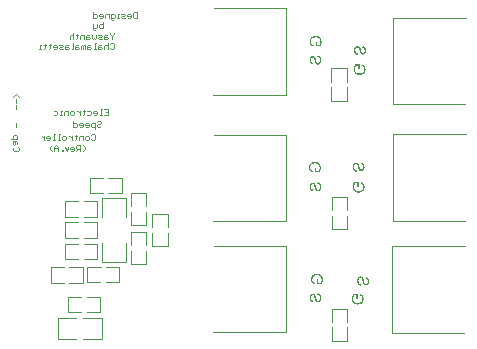
<source format=gbo>
G04*
G04 #@! TF.GenerationSoftware,Altium Limited,Altium Designer,20.0.2 (26)*
G04*
G04 Layer_Color=32896*
%FSLAX44Y44*%
%MOMM*%
G71*
G01*
G75*
G36*
X617461Y1296512D02*
X617729Y1296467D01*
X617966Y1296393D01*
X618160Y1296318D01*
X618338Y1296244D01*
X618457Y1296170D01*
X618531Y1296125D01*
X618561Y1296110D01*
X618769Y1295947D01*
X618962Y1295754D01*
X619140Y1295546D01*
X619289Y1295338D01*
X619393Y1295145D01*
X619482Y1294996D01*
X619512Y1294937D01*
X619542Y1294907D01*
X619556Y1294877D01*
Y1294862D01*
X619601Y1294743D01*
X619660Y1294595D01*
X619720Y1294446D01*
X619764Y1294268D01*
X619868Y1293911D01*
X619972Y1293555D01*
X620047Y1293228D01*
X620091Y1293079D01*
X620121Y1292945D01*
X620151Y1292841D01*
X620166Y1292767D01*
X620180Y1292708D01*
Y1292693D01*
X620255Y1292410D01*
X620314Y1292158D01*
X620374Y1291935D01*
X620448Y1291727D01*
X620507Y1291549D01*
X620552Y1291400D01*
X620611Y1291266D01*
X620671Y1291147D01*
X620715Y1291043D01*
X620745Y1290954D01*
X620790Y1290895D01*
X620819Y1290850D01*
X620864Y1290776D01*
X620879Y1290761D01*
X621012Y1290642D01*
X621146Y1290553D01*
X621295Y1290479D01*
X621429Y1290434D01*
X621547Y1290405D01*
X621651Y1290390D01*
X621711D01*
X621741D01*
X621964Y1290419D01*
X622157Y1290479D01*
X622335Y1290553D01*
X622484Y1290657D01*
X622617Y1290746D01*
X622706Y1290835D01*
X622766Y1290895D01*
X622781Y1290910D01*
X622855Y1291014D01*
X622929Y1291133D01*
X623033Y1291400D01*
X623108Y1291682D01*
X623152Y1291965D01*
X623197Y1292217D01*
Y1292336D01*
X623212Y1292425D01*
Y1292619D01*
X623197Y1293020D01*
X623137Y1293361D01*
X623063Y1293659D01*
X622974Y1293896D01*
X622885Y1294075D01*
X622811Y1294208D01*
X622751Y1294283D01*
X622736Y1294312D01*
X622543Y1294506D01*
X622320Y1294669D01*
X622097Y1294788D01*
X621874Y1294877D01*
X621666Y1294937D01*
X621503Y1294966D01*
X621443Y1294981D01*
X621399Y1294996D01*
X621369D01*
X621354D01*
X621443Y1296229D01*
X621755Y1296199D01*
X622038Y1296140D01*
X622305Y1296051D01*
X622528Y1295962D01*
X622706Y1295887D01*
X622855Y1295813D01*
X622944Y1295754D01*
X622974Y1295739D01*
X623212Y1295561D01*
X623420Y1295353D01*
X623598Y1295145D01*
X623747Y1294937D01*
X623851Y1294743D01*
X623940Y1294595D01*
X623969Y1294535D01*
X623984Y1294491D01*
X623999Y1294476D01*
Y1294461D01*
X624118Y1294149D01*
X624207Y1293822D01*
X624267Y1293495D01*
X624311Y1293198D01*
X624341Y1292945D01*
Y1292841D01*
X624356Y1292737D01*
Y1292559D01*
X624341Y1292202D01*
X624296Y1291861D01*
X624252Y1291564D01*
X624192Y1291296D01*
X624118Y1291088D01*
X624088Y1290999D01*
X624073Y1290925D01*
X624044Y1290850D01*
X624029Y1290806D01*
X624014Y1290791D01*
Y1290776D01*
X623880Y1290494D01*
X623717Y1290241D01*
X623553Y1290033D01*
X623405Y1289870D01*
X623256Y1289736D01*
X623137Y1289632D01*
X623063Y1289572D01*
X623048Y1289557D01*
X623033D01*
X622796Y1289424D01*
X622543Y1289320D01*
X622320Y1289245D01*
X622097Y1289201D01*
X621919Y1289171D01*
X621785Y1289142D01*
X621726D01*
X621681D01*
X621666D01*
X621651D01*
X621414Y1289156D01*
X621176Y1289201D01*
X620968Y1289245D01*
X620790Y1289320D01*
X620641Y1289379D01*
X620537Y1289424D01*
X620463Y1289468D01*
X620433Y1289483D01*
X620240Y1289632D01*
X620061Y1289795D01*
X619913Y1289959D01*
X619779Y1290137D01*
X619675Y1290286D01*
X619601Y1290405D01*
X619542Y1290494D01*
X619527Y1290509D01*
Y1290523D01*
X619467Y1290627D01*
X619423Y1290761D01*
X619319Y1291043D01*
X619215Y1291355D01*
X619111Y1291667D01*
X619036Y1291950D01*
X619007Y1292069D01*
X618977Y1292173D01*
X618947Y1292262D01*
X618932Y1292336D01*
X618917Y1292381D01*
Y1292396D01*
X618858Y1292633D01*
X618798Y1292856D01*
X618754Y1293064D01*
X618709Y1293243D01*
X618665Y1293391D01*
X618620Y1293540D01*
X618591Y1293659D01*
X618561Y1293777D01*
X618531Y1293867D01*
X618501Y1293941D01*
X618472Y1294060D01*
X618457Y1294119D01*
X618442Y1294134D01*
X618353Y1294342D01*
X618249Y1294535D01*
X618160Y1294684D01*
X618070Y1294803D01*
X617981Y1294892D01*
X617922Y1294966D01*
X617877Y1294996D01*
X617862Y1295011D01*
X617729Y1295100D01*
X617595Y1295159D01*
X617461Y1295219D01*
X617327Y1295249D01*
X617224Y1295263D01*
X617134Y1295278D01*
X617075D01*
X617060D01*
X616897Y1295263D01*
X616748Y1295234D01*
X616599Y1295189D01*
X616480Y1295145D01*
X616376Y1295085D01*
X616302Y1295040D01*
X616243Y1295011D01*
X616228Y1294996D01*
X616094Y1294877D01*
X615975Y1294743D01*
X615871Y1294610D01*
X615782Y1294461D01*
X615708Y1294342D01*
X615663Y1294238D01*
X615634Y1294179D01*
X615619Y1294149D01*
X615544Y1293926D01*
X615500Y1293703D01*
X615455Y1293495D01*
X615440Y1293287D01*
X615425Y1293124D01*
X615411Y1292975D01*
Y1292856D01*
X615425Y1292559D01*
X615455Y1292277D01*
X615500Y1292009D01*
X615559Y1291801D01*
X615604Y1291608D01*
X615648Y1291474D01*
X615678Y1291385D01*
X615693Y1291370D01*
Y1291355D01*
X615812Y1291133D01*
X615931Y1290925D01*
X616064Y1290761D01*
X616183Y1290627D01*
X616287Y1290509D01*
X616376Y1290434D01*
X616436Y1290390D01*
X616451Y1290375D01*
X616644Y1290271D01*
X616837Y1290182D01*
X617045Y1290122D01*
X617238Y1290063D01*
X617417Y1290033D01*
X617550Y1290003D01*
X617640Y1289989D01*
X617654D01*
X617669D01*
X617565Y1288770D01*
X617209Y1288800D01*
X616882Y1288859D01*
X616570Y1288948D01*
X616317Y1289037D01*
X616094Y1289127D01*
X616005Y1289171D01*
X615931Y1289216D01*
X615871Y1289245D01*
X615827Y1289275D01*
X615812Y1289290D01*
X615797D01*
X615530Y1289498D01*
X615292Y1289736D01*
X615099Y1289959D01*
X614935Y1290197D01*
X614801Y1290390D01*
X614712Y1290553D01*
X614683Y1290612D01*
X614653Y1290657D01*
X614638Y1290687D01*
Y1290702D01*
X614519Y1291058D01*
X614430Y1291430D01*
X614356Y1291801D01*
X614311Y1292143D01*
X614296Y1292307D01*
X614281Y1292455D01*
Y1292589D01*
X614267Y1292693D01*
Y1292916D01*
X614281Y1293302D01*
X614326Y1293644D01*
X614385Y1293971D01*
X614460Y1294238D01*
X614519Y1294476D01*
X614549Y1294565D01*
X614579Y1294639D01*
X614608Y1294699D01*
X614623Y1294743D01*
X614638Y1294773D01*
Y1294788D01*
X614801Y1295085D01*
X614965Y1295353D01*
X615143Y1295575D01*
X615322Y1295754D01*
X615470Y1295902D01*
X615589Y1295992D01*
X615678Y1296066D01*
X615708Y1296081D01*
X615961Y1296229D01*
X616228Y1296333D01*
X616480Y1296422D01*
X616703Y1296467D01*
X616897Y1296497D01*
X617045Y1296526D01*
X617105D01*
X617149D01*
X617164D01*
X617179D01*
X617461Y1296512D01*
D02*
G37*
G36*
X614836Y1277657D02*
X613692D01*
Y1280524D01*
X611849D01*
X611715Y1280346D01*
X611582Y1280153D01*
X611463Y1279960D01*
X611359Y1279767D01*
X611270Y1279588D01*
X611210Y1279440D01*
X611180Y1279380D01*
X611166Y1279336D01*
X611151Y1279321D01*
Y1279306D01*
X611047Y1279009D01*
X610972Y1278712D01*
X610913Y1278429D01*
X610883Y1278192D01*
X610854Y1277983D01*
X610839Y1277820D01*
Y1277672D01*
X610854Y1277315D01*
X610898Y1276973D01*
X610972Y1276676D01*
X611047Y1276394D01*
X611121Y1276171D01*
X611166Y1276067D01*
X611195Y1275992D01*
X611210Y1275933D01*
X611240Y1275888D01*
X611255Y1275859D01*
Y1275844D01*
X611433Y1275547D01*
X611641Y1275279D01*
X611864Y1275056D01*
X612072Y1274878D01*
X612265Y1274744D01*
X612414Y1274640D01*
X612473Y1274596D01*
X612518Y1274566D01*
X612547Y1274551D01*
X612562D01*
X612919Y1274402D01*
X613276Y1274298D01*
X613647Y1274209D01*
X614004Y1274165D01*
X614152Y1274150D01*
X614301Y1274135D01*
X614435Y1274120D01*
X614539D01*
X614643Y1274105D01*
X614702D01*
X614747D01*
X614762D01*
X615148Y1274120D01*
X615519Y1274165D01*
X615846Y1274224D01*
X616143Y1274298D01*
X616381Y1274358D01*
X616485Y1274388D01*
X616559Y1274417D01*
X616634Y1274447D01*
X616678Y1274462D01*
X616708Y1274477D01*
X616723D01*
X616916Y1274566D01*
X617094Y1274655D01*
X617258Y1274759D01*
X617406Y1274863D01*
X617525Y1274952D01*
X617614Y1275027D01*
X617674Y1275071D01*
X617689Y1275086D01*
X617852Y1275249D01*
X617986Y1275413D01*
X618105Y1275591D01*
X618209Y1275755D01*
X618298Y1275903D01*
X618357Y1276022D01*
X618387Y1276096D01*
X618402Y1276126D01*
X618491Y1276379D01*
X618565Y1276631D01*
X618610Y1276899D01*
X618655Y1277137D01*
X618669Y1277345D01*
X618684Y1277508D01*
Y1277657D01*
X618669Y1277924D01*
X618640Y1278177D01*
X618595Y1278400D01*
X618550Y1278593D01*
X618506Y1278756D01*
X618461Y1278890D01*
X618432Y1278964D01*
X618417Y1278994D01*
X618313Y1279217D01*
X618209Y1279395D01*
X618090Y1279559D01*
X617986Y1279692D01*
X617882Y1279796D01*
X617808Y1279871D01*
X617748Y1279915D01*
X617733Y1279930D01*
X617555Y1280049D01*
X617362Y1280153D01*
X617169Y1280242D01*
X616990Y1280316D01*
X616812Y1280376D01*
X616678Y1280435D01*
X616589Y1280450D01*
X616574Y1280465D01*
X616559D01*
X616886Y1281639D01*
X617243Y1281535D01*
X617555Y1281416D01*
X617822Y1281297D01*
X618045Y1281178D01*
X618238Y1281059D01*
X618372Y1280970D01*
X618447Y1280911D01*
X618476Y1280896D01*
X618699Y1280703D01*
X618877Y1280480D01*
X619041Y1280257D01*
X619175Y1280034D01*
X619294Y1279841D01*
X619368Y1279692D01*
X619398Y1279633D01*
X619412Y1279588D01*
X619427Y1279559D01*
Y1279544D01*
X619546Y1279217D01*
X619635Y1278890D01*
X619695Y1278563D01*
X619739Y1278281D01*
X619769Y1278028D01*
Y1277909D01*
X619784Y1277820D01*
Y1277642D01*
X619754Y1277107D01*
X619695Y1276631D01*
X619591Y1276186D01*
X619531Y1275992D01*
X619487Y1275814D01*
X619427Y1275651D01*
X619368Y1275502D01*
X619323Y1275368D01*
X619264Y1275264D01*
X619234Y1275190D01*
X619204Y1275116D01*
X619175Y1275086D01*
Y1275071D01*
X619056Y1274863D01*
X618922Y1274685D01*
X618640Y1274328D01*
X618343Y1274046D01*
X618045Y1273793D01*
X617763Y1273615D01*
X617659Y1273541D01*
X617555Y1273466D01*
X617466Y1273422D01*
X617406Y1273392D01*
X617362Y1273362D01*
X617347D01*
X616886Y1273169D01*
X616411Y1273021D01*
X615965Y1272917D01*
X615549Y1272842D01*
X615371Y1272813D01*
X615207Y1272798D01*
X615059Y1272783D01*
X614925D01*
X614821Y1272768D01*
X614747D01*
X614702D01*
X614687D01*
X614167Y1272798D01*
X613677Y1272857D01*
X613231Y1272961D01*
X613023Y1273006D01*
X612845Y1273065D01*
X612666Y1273125D01*
X612518Y1273169D01*
X612384Y1273229D01*
X612280Y1273273D01*
X612191Y1273303D01*
X612131Y1273333D01*
X612087Y1273362D01*
X612072D01*
X611671Y1273615D01*
X611314Y1273897D01*
X611002Y1274180D01*
X610750Y1274477D01*
X610556Y1274729D01*
X610482Y1274833D01*
X610423Y1274937D01*
X610363Y1275012D01*
X610334Y1275086D01*
X610319Y1275116D01*
X610304Y1275131D01*
X610096Y1275576D01*
X609947Y1276037D01*
X609843Y1276468D01*
X609769Y1276884D01*
X609739Y1277062D01*
X609724Y1277226D01*
X609709Y1277374D01*
Y1277508D01*
X609695Y1277612D01*
Y1277746D01*
X609709Y1278132D01*
X609754Y1278518D01*
X609813Y1278860D01*
X609888Y1279172D01*
X609917Y1279306D01*
X609947Y1279440D01*
X609977Y1279544D01*
X610007Y1279633D01*
X610036Y1279707D01*
X610051Y1279767D01*
X610066Y1279796D01*
Y1279811D01*
X610229Y1280183D01*
X610408Y1280554D01*
X610601Y1280881D01*
X610779Y1281178D01*
X610958Y1281431D01*
X611017Y1281535D01*
X611091Y1281624D01*
X611136Y1281698D01*
X611180Y1281743D01*
X611195Y1281773D01*
X611210Y1281787D01*
X614836D01*
Y1277657D01*
D02*
G37*
G36*
X581171Y1282390D02*
X581498Y1282331D01*
X581810Y1282242D01*
X582063Y1282153D01*
X582286Y1282063D01*
X582375Y1282019D01*
X582449Y1281974D01*
X582509Y1281944D01*
X582553Y1281915D01*
X582568Y1281900D01*
X582583D01*
X582850Y1281692D01*
X583088Y1281454D01*
X583281Y1281231D01*
X583445Y1280994D01*
X583578Y1280800D01*
X583668Y1280637D01*
X583697Y1280578D01*
X583727Y1280533D01*
X583742Y1280503D01*
Y1280488D01*
X583861Y1280132D01*
X583950Y1279760D01*
X584024Y1279389D01*
X584069Y1279047D01*
X584084Y1278884D01*
X584099Y1278735D01*
Y1278601D01*
X584113Y1278497D01*
Y1278274D01*
X584099Y1277888D01*
X584054Y1277546D01*
X583995Y1277219D01*
X583920Y1276952D01*
X583861Y1276714D01*
X583831Y1276625D01*
X583801Y1276551D01*
X583772Y1276491D01*
X583757Y1276447D01*
X583742Y1276417D01*
Y1276402D01*
X583578Y1276105D01*
X583415Y1275837D01*
X583237Y1275615D01*
X583058Y1275436D01*
X582910Y1275288D01*
X582791Y1275199D01*
X582702Y1275124D01*
X582672Y1275109D01*
X582420Y1274961D01*
X582152Y1274857D01*
X581899Y1274768D01*
X581677Y1274723D01*
X581483Y1274693D01*
X581335Y1274664D01*
X581275D01*
X581231D01*
X581216D01*
X581201D01*
X580919Y1274678D01*
X580651Y1274723D01*
X580414Y1274797D01*
X580220Y1274872D01*
X580042Y1274946D01*
X579923Y1275020D01*
X579849Y1275065D01*
X579819Y1275080D01*
X579611Y1275243D01*
X579418Y1275436D01*
X579240Y1275644D01*
X579091Y1275852D01*
X578987Y1276046D01*
X578898Y1276194D01*
X578868Y1276254D01*
X578839Y1276283D01*
X578824Y1276313D01*
Y1276328D01*
X578779Y1276447D01*
X578720Y1276595D01*
X578660Y1276744D01*
X578616Y1276922D01*
X578512Y1277279D01*
X578408Y1277635D01*
X578333Y1277962D01*
X578289Y1278111D01*
X578259Y1278245D01*
X578229Y1278349D01*
X578214Y1278423D01*
X578200Y1278482D01*
Y1278497D01*
X578125Y1278780D01*
X578066Y1279032D01*
X578006Y1279255D01*
X577932Y1279463D01*
X577873Y1279641D01*
X577828Y1279790D01*
X577769Y1279924D01*
X577709Y1280043D01*
X577665Y1280147D01*
X577635Y1280236D01*
X577590Y1280295D01*
X577561Y1280340D01*
X577516Y1280414D01*
X577501Y1280429D01*
X577368Y1280548D01*
X577234Y1280637D01*
X577085Y1280711D01*
X576951Y1280756D01*
X576833Y1280786D01*
X576729Y1280800D01*
X576669D01*
X576639D01*
X576417Y1280771D01*
X576223Y1280711D01*
X576045Y1280637D01*
X575896Y1280533D01*
X575763Y1280444D01*
X575673Y1280355D01*
X575614Y1280295D01*
X575599Y1280280D01*
X575525Y1280176D01*
X575451Y1280057D01*
X575347Y1279790D01*
X575272Y1279508D01*
X575228Y1279225D01*
X575183Y1278973D01*
Y1278854D01*
X575168Y1278765D01*
Y1278571D01*
X575183Y1278170D01*
X575243Y1277829D01*
X575317Y1277531D01*
X575406Y1277294D01*
X575495Y1277115D01*
X575569Y1276982D01*
X575629Y1276907D01*
X575644Y1276878D01*
X575837Y1276684D01*
X576060Y1276521D01*
X576283Y1276402D01*
X576506Y1276313D01*
X576714Y1276254D01*
X576877Y1276224D01*
X576936Y1276209D01*
X576981Y1276194D01*
X577011D01*
X577026D01*
X576936Y1274961D01*
X576624Y1274990D01*
X576342Y1275050D01*
X576075Y1275139D01*
X575852Y1275228D01*
X575673Y1275303D01*
X575525Y1275377D01*
X575436Y1275436D01*
X575406Y1275451D01*
X575168Y1275630D01*
X574960Y1275837D01*
X574782Y1276046D01*
X574633Y1276254D01*
X574529Y1276447D01*
X574440Y1276595D01*
X574411Y1276655D01*
X574396Y1276699D01*
X574381Y1276714D01*
Y1276729D01*
X574262Y1277041D01*
X574173Y1277368D01*
X574113Y1277695D01*
X574069Y1277992D01*
X574039Y1278245D01*
Y1278349D01*
X574024Y1278453D01*
Y1278631D01*
X574039Y1278988D01*
X574084Y1279329D01*
X574128Y1279626D01*
X574188Y1279894D01*
X574262Y1280102D01*
X574292Y1280191D01*
X574306Y1280266D01*
X574336Y1280340D01*
X574351Y1280384D01*
X574366Y1280399D01*
Y1280414D01*
X574500Y1280696D01*
X574663Y1280949D01*
X574827Y1281157D01*
X574975Y1281320D01*
X575124Y1281454D01*
X575243Y1281558D01*
X575317Y1281618D01*
X575332Y1281633D01*
X575347D01*
X575584Y1281766D01*
X575837Y1281870D01*
X576060Y1281944D01*
X576283Y1281989D01*
X576461Y1282019D01*
X576595Y1282048D01*
X576654D01*
X576699D01*
X576714D01*
X576729D01*
X576966Y1282034D01*
X577204Y1281989D01*
X577412Y1281944D01*
X577590Y1281870D01*
X577739Y1281811D01*
X577843Y1281766D01*
X577917Y1281722D01*
X577947Y1281707D01*
X578140Y1281558D01*
X578318Y1281395D01*
X578467Y1281231D01*
X578601Y1281053D01*
X578705Y1280904D01*
X578779Y1280786D01*
X578839Y1280696D01*
X578853Y1280681D01*
Y1280667D01*
X578913Y1280563D01*
X578957Y1280429D01*
X579061Y1280147D01*
X579165Y1279835D01*
X579269Y1279522D01*
X579344Y1279240D01*
X579373Y1279121D01*
X579403Y1279017D01*
X579433Y1278928D01*
X579448Y1278854D01*
X579463Y1278809D01*
Y1278794D01*
X579522Y1278557D01*
X579581Y1278334D01*
X579626Y1278126D01*
X579671Y1277947D01*
X579715Y1277799D01*
X579760Y1277650D01*
X579790Y1277531D01*
X579819Y1277412D01*
X579849Y1277323D01*
X579879Y1277249D01*
X579908Y1277130D01*
X579923Y1277071D01*
X579938Y1277056D01*
X580027Y1276848D01*
X580131Y1276655D01*
X580220Y1276506D01*
X580309Y1276387D01*
X580399Y1276298D01*
X580458Y1276224D01*
X580503Y1276194D01*
X580518Y1276179D01*
X580651Y1276090D01*
X580785Y1276031D01*
X580919Y1275971D01*
X581053Y1275941D01*
X581157Y1275927D01*
X581246Y1275912D01*
X581305D01*
X581320D01*
X581483Y1275927D01*
X581632Y1275956D01*
X581781Y1276001D01*
X581899Y1276046D01*
X582004Y1276105D01*
X582078Y1276150D01*
X582137Y1276179D01*
X582152Y1276194D01*
X582286Y1276313D01*
X582405Y1276447D01*
X582509Y1276580D01*
X582598Y1276729D01*
X582672Y1276848D01*
X582717Y1276952D01*
X582746Y1277011D01*
X582761Y1277041D01*
X582836Y1277264D01*
X582880Y1277487D01*
X582925Y1277695D01*
X582940Y1277903D01*
X582954Y1278066D01*
X582969Y1278215D01*
Y1278334D01*
X582954Y1278631D01*
X582925Y1278913D01*
X582880Y1279181D01*
X582821Y1279389D01*
X582776Y1279582D01*
X582732Y1279716D01*
X582702Y1279805D01*
X582687Y1279820D01*
Y1279835D01*
X582568Y1280057D01*
X582449Y1280266D01*
X582315Y1280429D01*
X582197Y1280563D01*
X582093Y1280681D01*
X582004Y1280756D01*
X581944Y1280800D01*
X581929Y1280815D01*
X581736Y1280919D01*
X581543Y1281008D01*
X581335Y1281068D01*
X581142Y1281127D01*
X580963Y1281157D01*
X580830Y1281187D01*
X580740Y1281202D01*
X580726D01*
X580711D01*
X580815Y1282420D01*
X581171Y1282390D01*
D02*
G37*
G36*
X580911Y1298900D02*
X581401Y1298841D01*
X581847Y1298737D01*
X582055Y1298692D01*
X582233Y1298633D01*
X582412Y1298573D01*
X582560Y1298529D01*
X582694Y1298469D01*
X582798Y1298425D01*
X582887Y1298395D01*
X582947Y1298365D01*
X582991Y1298336D01*
X583006D01*
X583407Y1298083D01*
X583764Y1297801D01*
X584076Y1297518D01*
X584328Y1297221D01*
X584522Y1296969D01*
X584596Y1296865D01*
X584655Y1296761D01*
X584715Y1296686D01*
X584744Y1296612D01*
X584759Y1296582D01*
X584774Y1296567D01*
X584982Y1296122D01*
X585131Y1295661D01*
X585235Y1295230D01*
X585309Y1294814D01*
X585339Y1294636D01*
X585354Y1294472D01*
X585369Y1294324D01*
Y1294190D01*
X585383Y1294086D01*
Y1293952D01*
X585369Y1293566D01*
X585324Y1293180D01*
X585265Y1292838D01*
X585190Y1292526D01*
X585161Y1292392D01*
X585131Y1292258D01*
X585101Y1292154D01*
X585071Y1292065D01*
X585042Y1291991D01*
X585027Y1291931D01*
X585012Y1291902D01*
Y1291887D01*
X584849Y1291515D01*
X584670Y1291144D01*
X584477Y1290817D01*
X584299Y1290520D01*
X584120Y1290267D01*
X584061Y1290163D01*
X583987Y1290074D01*
X583942Y1290000D01*
X583898Y1289955D01*
X583883Y1289926D01*
X583868Y1289911D01*
X580242D01*
Y1294041D01*
X581386D01*
Y1291174D01*
X583229D01*
X583363Y1291352D01*
X583496Y1291545D01*
X583615Y1291738D01*
X583719Y1291931D01*
X583808Y1292110D01*
X583868Y1292258D01*
X583898Y1292318D01*
X583912Y1292362D01*
X583927Y1292377D01*
Y1292392D01*
X584031Y1292689D01*
X584106Y1292986D01*
X584165Y1293269D01*
X584195Y1293506D01*
X584224Y1293714D01*
X584239Y1293878D01*
Y1294026D01*
X584224Y1294383D01*
X584180Y1294725D01*
X584106Y1295022D01*
X584031Y1295304D01*
X583957Y1295527D01*
X583912Y1295631D01*
X583883Y1295706D01*
X583868Y1295765D01*
X583838Y1295810D01*
X583823Y1295839D01*
Y1295854D01*
X583645Y1296151D01*
X583437Y1296419D01*
X583214Y1296642D01*
X583006Y1296820D01*
X582813Y1296954D01*
X582664Y1297058D01*
X582605Y1297102D01*
X582560Y1297132D01*
X582531Y1297147D01*
X582516D01*
X582159Y1297296D01*
X581802Y1297399D01*
X581431Y1297489D01*
X581074Y1297533D01*
X580926Y1297548D01*
X580777Y1297563D01*
X580643Y1297578D01*
X580539D01*
X580435Y1297593D01*
X580376D01*
X580331D01*
X580317D01*
X579930Y1297578D01*
X579559Y1297533D01*
X579232Y1297474D01*
X578935Y1297399D01*
X578697Y1297340D01*
X578593Y1297310D01*
X578519Y1297281D01*
X578444Y1297251D01*
X578400Y1297236D01*
X578370Y1297221D01*
X578355D01*
X578162Y1297132D01*
X577984Y1297043D01*
X577820Y1296939D01*
X577672Y1296835D01*
X577553Y1296746D01*
X577464Y1296671D01*
X577404Y1296627D01*
X577389Y1296612D01*
X577226Y1296449D01*
X577092Y1296285D01*
X576973Y1296107D01*
X576869Y1295943D01*
X576780Y1295795D01*
X576721Y1295676D01*
X576691Y1295602D01*
X576676Y1295572D01*
X576587Y1295319D01*
X576513Y1295067D01*
X576468Y1294799D01*
X576423Y1294561D01*
X576409Y1294353D01*
X576394Y1294190D01*
Y1294041D01*
X576409Y1293774D01*
X576438Y1293521D01*
X576483Y1293298D01*
X576527Y1293105D01*
X576572Y1292942D01*
X576617Y1292808D01*
X576646Y1292734D01*
X576661Y1292704D01*
X576765Y1292481D01*
X576869Y1292303D01*
X576988Y1292139D01*
X577092Y1292006D01*
X577196Y1291902D01*
X577270Y1291827D01*
X577330Y1291783D01*
X577345Y1291768D01*
X577523Y1291649D01*
X577716Y1291545D01*
X577909Y1291456D01*
X578088Y1291382D01*
X578266Y1291322D01*
X578400Y1291263D01*
X578489Y1291248D01*
X578504Y1291233D01*
X578519D01*
X578192Y1290059D01*
X577835Y1290163D01*
X577523Y1290282D01*
X577256Y1290401D01*
X577033Y1290520D01*
X576839Y1290639D01*
X576706Y1290728D01*
X576632Y1290787D01*
X576602Y1290802D01*
X576379Y1290995D01*
X576201Y1291218D01*
X576037Y1291441D01*
X575903Y1291664D01*
X575784Y1291857D01*
X575710Y1292006D01*
X575681Y1292065D01*
X575666Y1292110D01*
X575651Y1292139D01*
Y1292154D01*
X575532Y1292481D01*
X575443Y1292808D01*
X575383Y1293135D01*
X575339Y1293417D01*
X575309Y1293670D01*
Y1293789D01*
X575294Y1293878D01*
Y1294056D01*
X575324Y1294591D01*
X575383Y1295067D01*
X575487Y1295512D01*
X575547Y1295706D01*
X575591Y1295884D01*
X575651Y1296047D01*
X575710Y1296196D01*
X575755Y1296330D01*
X575814Y1296434D01*
X575844Y1296508D01*
X575874Y1296582D01*
X575903Y1296612D01*
Y1296627D01*
X576022Y1296835D01*
X576156Y1297013D01*
X576438Y1297370D01*
X576735Y1297652D01*
X577033Y1297905D01*
X577315Y1298083D01*
X577419Y1298157D01*
X577523Y1298232D01*
X577612Y1298276D01*
X577672Y1298306D01*
X577716Y1298336D01*
X577731D01*
X578192Y1298529D01*
X578667Y1298677D01*
X579113Y1298781D01*
X579529Y1298856D01*
X579707Y1298885D01*
X579871Y1298900D01*
X580019Y1298915D01*
X580153D01*
X580257Y1298930D01*
X580331D01*
X580376D01*
X580391D01*
X580911Y1298900D01*
D02*
G37*
G36*
X581151Y1483628D02*
X581478Y1483569D01*
X581790Y1483480D01*
X582043Y1483391D01*
X582266Y1483301D01*
X582355Y1483257D01*
X582429Y1483212D01*
X582489Y1483183D01*
X582533Y1483153D01*
X582548Y1483138D01*
X582563D01*
X582830Y1482930D01*
X583068Y1482692D01*
X583261Y1482469D01*
X583425Y1482232D01*
X583559Y1482038D01*
X583648Y1481875D01*
X583677Y1481815D01*
X583707Y1481771D01*
X583722Y1481741D01*
Y1481726D01*
X583841Y1481370D01*
X583930Y1480998D01*
X584004Y1480627D01*
X584049Y1480285D01*
X584064Y1480122D01*
X584079Y1479973D01*
Y1479839D01*
X584093Y1479735D01*
Y1479512D01*
X584079Y1479126D01*
X584034Y1478784D01*
X583975Y1478457D01*
X583900Y1478190D01*
X583841Y1477952D01*
X583811Y1477863D01*
X583781Y1477789D01*
X583752Y1477729D01*
X583737Y1477685D01*
X583722Y1477655D01*
Y1477640D01*
X583559Y1477343D01*
X583395Y1477076D01*
X583217Y1476853D01*
X583038Y1476674D01*
X582890Y1476526D01*
X582771Y1476436D01*
X582682Y1476362D01*
X582652Y1476347D01*
X582399Y1476199D01*
X582132Y1476095D01*
X581880Y1476006D01*
X581657Y1475961D01*
X581463Y1475931D01*
X581315Y1475902D01*
X581255D01*
X581211D01*
X581196D01*
X581181D01*
X580899Y1475916D01*
X580631Y1475961D01*
X580394Y1476035D01*
X580200Y1476110D01*
X580022Y1476184D01*
X579903Y1476258D01*
X579829Y1476303D01*
X579799Y1476318D01*
X579591Y1476481D01*
X579398Y1476674D01*
X579220Y1476882D01*
X579071Y1477090D01*
X578967Y1477283D01*
X578878Y1477432D01*
X578848Y1477491D01*
X578819Y1477521D01*
X578804Y1477551D01*
Y1477566D01*
X578759Y1477685D01*
X578700Y1477833D01*
X578640Y1477982D01*
X578596Y1478160D01*
X578492Y1478517D01*
X578388Y1478873D01*
X578313Y1479200D01*
X578269Y1479349D01*
X578239Y1479483D01*
X578209Y1479587D01*
X578194Y1479661D01*
X578180Y1479720D01*
Y1479735D01*
X578105Y1480018D01*
X578046Y1480270D01*
X577986Y1480493D01*
X577912Y1480701D01*
X577853Y1480879D01*
X577808Y1481028D01*
X577749Y1481162D01*
X577689Y1481281D01*
X577645Y1481385D01*
X577615Y1481474D01*
X577570Y1481533D01*
X577541Y1481578D01*
X577496Y1481652D01*
X577481Y1481667D01*
X577347Y1481786D01*
X577214Y1481875D01*
X577065Y1481949D01*
X576931Y1481994D01*
X576813Y1482023D01*
X576708Y1482038D01*
X576649D01*
X576619D01*
X576396Y1482009D01*
X576203Y1481949D01*
X576025Y1481875D01*
X575876Y1481771D01*
X575743Y1481682D01*
X575653Y1481593D01*
X575594Y1481533D01*
X575579Y1481518D01*
X575505Y1481414D01*
X575431Y1481295D01*
X575327Y1481028D01*
X575252Y1480746D01*
X575208Y1480463D01*
X575163Y1480211D01*
Y1480092D01*
X575148Y1480003D01*
Y1479810D01*
X575163Y1479408D01*
X575223Y1479067D01*
X575297Y1478769D01*
X575386Y1478532D01*
X575475Y1478353D01*
X575550Y1478220D01*
X575609Y1478145D01*
X575624Y1478116D01*
X575817Y1477922D01*
X576040Y1477759D01*
X576263Y1477640D01*
X576486Y1477551D01*
X576694Y1477491D01*
X576857Y1477462D01*
X576917Y1477447D01*
X576961Y1477432D01*
X576991D01*
X577006D01*
X576917Y1476199D01*
X576604Y1476228D01*
X576322Y1476288D01*
X576055Y1476377D01*
X575832Y1476466D01*
X575653Y1476541D01*
X575505Y1476615D01*
X575416Y1476674D01*
X575386Y1476689D01*
X575148Y1476868D01*
X574940Y1477076D01*
X574762Y1477283D01*
X574613Y1477491D01*
X574509Y1477685D01*
X574420Y1477833D01*
X574390Y1477893D01*
X574376Y1477937D01*
X574361Y1477952D01*
Y1477967D01*
X574242Y1478279D01*
X574153Y1478606D01*
X574093Y1478933D01*
X574049Y1479230D01*
X574019Y1479483D01*
Y1479587D01*
X574004Y1479691D01*
Y1479869D01*
X574019Y1480226D01*
X574064Y1480567D01*
X574108Y1480865D01*
X574168Y1481132D01*
X574242Y1481340D01*
X574272Y1481429D01*
X574286Y1481503D01*
X574316Y1481578D01*
X574331Y1481622D01*
X574346Y1481637D01*
Y1481652D01*
X574480Y1481934D01*
X574643Y1482187D01*
X574807Y1482395D01*
X574955Y1482558D01*
X575104Y1482692D01*
X575223Y1482796D01*
X575297Y1482856D01*
X575312Y1482870D01*
X575327D01*
X575564Y1483004D01*
X575817Y1483108D01*
X576040Y1483183D01*
X576263Y1483227D01*
X576441Y1483257D01*
X576575Y1483286D01*
X576634D01*
X576679D01*
X576694D01*
X576708D01*
X576946Y1483272D01*
X577184Y1483227D01*
X577392Y1483183D01*
X577570Y1483108D01*
X577719Y1483049D01*
X577823Y1483004D01*
X577897Y1482960D01*
X577927Y1482945D01*
X578120Y1482796D01*
X578298Y1482633D01*
X578447Y1482469D01*
X578581Y1482291D01*
X578685Y1482142D01*
X578759Y1482023D01*
X578819Y1481934D01*
X578833Y1481920D01*
Y1481905D01*
X578893Y1481801D01*
X578937Y1481667D01*
X579041Y1481385D01*
X579145Y1481073D01*
X579249Y1480760D01*
X579324Y1480478D01*
X579353Y1480359D01*
X579383Y1480255D01*
X579413Y1480166D01*
X579428Y1480092D01*
X579443Y1480047D01*
Y1480032D01*
X579502Y1479795D01*
X579562Y1479572D01*
X579606Y1479364D01*
X579651Y1479185D01*
X579695Y1479037D01*
X579740Y1478888D01*
X579770Y1478769D01*
X579799Y1478651D01*
X579829Y1478561D01*
X579859Y1478487D01*
X579888Y1478368D01*
X579903Y1478309D01*
X579918Y1478294D01*
X580007Y1478086D01*
X580111Y1477893D01*
X580200Y1477744D01*
X580289Y1477625D01*
X580379Y1477536D01*
X580438Y1477462D01*
X580483Y1477432D01*
X580498Y1477417D01*
X580631Y1477328D01*
X580765Y1477269D01*
X580899Y1477209D01*
X581032Y1477180D01*
X581137Y1477165D01*
X581226Y1477150D01*
X581285D01*
X581300D01*
X581463Y1477165D01*
X581612Y1477194D01*
X581761Y1477239D01*
X581880Y1477283D01*
X581983Y1477343D01*
X582058Y1477388D01*
X582117Y1477417D01*
X582132Y1477432D01*
X582266Y1477551D01*
X582385Y1477685D01*
X582489Y1477818D01*
X582578Y1477967D01*
X582652Y1478086D01*
X582697Y1478190D01*
X582726Y1478249D01*
X582741Y1478279D01*
X582816Y1478502D01*
X582860Y1478725D01*
X582905Y1478933D01*
X582920Y1479141D01*
X582934Y1479304D01*
X582949Y1479453D01*
Y1479572D01*
X582934Y1479869D01*
X582905Y1480151D01*
X582860Y1480419D01*
X582801Y1480627D01*
X582756Y1480820D01*
X582712Y1480954D01*
X582682Y1481043D01*
X582667Y1481058D01*
Y1481073D01*
X582548Y1481295D01*
X582429Y1481503D01*
X582295Y1481667D01*
X582177Y1481801D01*
X582073Y1481920D01*
X581983Y1481994D01*
X581924Y1482038D01*
X581909Y1482053D01*
X581716Y1482157D01*
X581523Y1482246D01*
X581315Y1482306D01*
X581122Y1482365D01*
X580943Y1482395D01*
X580810Y1482425D01*
X580720Y1482440D01*
X580706D01*
X580691D01*
X580795Y1483658D01*
X581151Y1483628D01*
D02*
G37*
G36*
X579748Y1500270D02*
X580238Y1500211D01*
X580684Y1500107D01*
X580892Y1500062D01*
X581070Y1500003D01*
X581248Y1499944D01*
X581397Y1499899D01*
X581531Y1499839D01*
X581635Y1499795D01*
X581724Y1499765D01*
X581783Y1499736D01*
X581828Y1499706D01*
X581843D01*
X582244Y1499453D01*
X582600Y1499171D01*
X582912Y1498889D01*
X583165Y1498591D01*
X583358Y1498339D01*
X583433Y1498235D01*
X583492Y1498131D01*
X583551Y1498056D01*
X583581Y1497982D01*
X583596Y1497952D01*
X583611Y1497937D01*
X583819Y1497492D01*
X583967Y1497031D01*
X584072Y1496600D01*
X584146Y1496184D01*
X584175Y1496006D01*
X584190Y1495842D01*
X584205Y1495694D01*
Y1495560D01*
X584220Y1495456D01*
Y1495322D01*
X584205Y1494936D01*
X584161Y1494550D01*
X584101Y1494208D01*
X584027Y1493896D01*
X583997Y1493762D01*
X583967Y1493628D01*
X583938Y1493524D01*
X583908Y1493435D01*
X583878Y1493361D01*
X583863Y1493302D01*
X583849Y1493272D01*
Y1493257D01*
X583685Y1492885D01*
X583507Y1492514D01*
X583314Y1492187D01*
X583135Y1491890D01*
X582957Y1491637D01*
X582898Y1491533D01*
X582823Y1491444D01*
X582779Y1491370D01*
X582734Y1491325D01*
X582719Y1491295D01*
X582704Y1491281D01*
X579079D01*
Y1495412D01*
X580223D01*
Y1492544D01*
X582066D01*
X582199Y1492722D01*
X582333Y1492915D01*
X582452Y1493108D01*
X582556Y1493302D01*
X582645Y1493480D01*
X582704Y1493628D01*
X582734Y1493688D01*
X582749Y1493732D01*
X582764Y1493747D01*
Y1493762D01*
X582868Y1494059D01*
X582942Y1494357D01*
X583002Y1494639D01*
X583031Y1494877D01*
X583061Y1495085D01*
X583076Y1495248D01*
Y1495397D01*
X583061Y1495753D01*
X583017Y1496095D01*
X582942Y1496392D01*
X582868Y1496674D01*
X582794Y1496897D01*
X582749Y1497001D01*
X582719Y1497076D01*
X582704Y1497135D01*
X582675Y1497180D01*
X582660Y1497209D01*
Y1497224D01*
X582481Y1497522D01*
X582273Y1497789D01*
X582051Y1498012D01*
X581843Y1498190D01*
X581649Y1498324D01*
X581501Y1498428D01*
X581441Y1498472D01*
X581397Y1498502D01*
X581367Y1498517D01*
X581352D01*
X580996Y1498666D01*
X580639Y1498770D01*
X580267Y1498859D01*
X579911Y1498903D01*
X579762Y1498918D01*
X579614Y1498933D01*
X579480Y1498948D01*
X579376D01*
X579272Y1498963D01*
X579213D01*
X579168D01*
X579153D01*
X578767Y1498948D01*
X578395Y1498903D01*
X578068Y1498844D01*
X577771Y1498770D01*
X577533Y1498710D01*
X577430Y1498681D01*
X577355Y1498651D01*
X577281Y1498621D01*
X577236Y1498606D01*
X577207Y1498591D01*
X577192D01*
X576999Y1498502D01*
X576820Y1498413D01*
X576657Y1498309D01*
X576508Y1498205D01*
X576389Y1498116D01*
X576300Y1498042D01*
X576241Y1497997D01*
X576226Y1497982D01*
X576062Y1497819D01*
X575929Y1497655D01*
X575810Y1497477D01*
X575706Y1497313D01*
X575617Y1497165D01*
X575557Y1497046D01*
X575527Y1496972D01*
X575513Y1496942D01*
X575424Y1496689D01*
X575349Y1496437D01*
X575305Y1496169D01*
X575260Y1495932D01*
X575245Y1495724D01*
X575230Y1495560D01*
Y1495412D01*
X575245Y1495144D01*
X575275Y1494891D01*
X575320Y1494668D01*
X575364Y1494475D01*
X575409Y1494312D01*
X575453Y1494178D01*
X575483Y1494104D01*
X575498Y1494074D01*
X575602Y1493851D01*
X575706Y1493673D01*
X575825Y1493510D01*
X575929Y1493376D01*
X576033Y1493272D01*
X576107Y1493197D01*
X576166Y1493153D01*
X576181Y1493138D01*
X576360Y1493019D01*
X576553Y1492915D01*
X576746Y1492826D01*
X576924Y1492752D01*
X577103Y1492692D01*
X577236Y1492633D01*
X577326Y1492618D01*
X577340Y1492603D01*
X577355D01*
X577028Y1491429D01*
X576672Y1491533D01*
X576360Y1491652D01*
X576092Y1491771D01*
X575869Y1491890D01*
X575676Y1492009D01*
X575542Y1492098D01*
X575468Y1492157D01*
X575438Y1492172D01*
X575215Y1492365D01*
X575037Y1492588D01*
X574874Y1492811D01*
X574740Y1493034D01*
X574621Y1493227D01*
X574547Y1493376D01*
X574517Y1493435D01*
X574502Y1493480D01*
X574487Y1493510D01*
Y1493524D01*
X574369Y1493851D01*
X574279Y1494178D01*
X574220Y1494505D01*
X574175Y1494787D01*
X574146Y1495040D01*
Y1495159D01*
X574131Y1495248D01*
Y1495426D01*
X574160Y1495961D01*
X574220Y1496437D01*
X574324Y1496882D01*
X574383Y1497076D01*
X574428Y1497254D01*
X574487Y1497417D01*
X574547Y1497566D01*
X574591Y1497700D01*
X574651Y1497804D01*
X574681Y1497878D01*
X574710Y1497952D01*
X574740Y1497982D01*
Y1497997D01*
X574859Y1498205D01*
X574993Y1498383D01*
X575275Y1498740D01*
X575572Y1499022D01*
X575869Y1499275D01*
X576152Y1499453D01*
X576256Y1499527D01*
X576360Y1499602D01*
X576449Y1499646D01*
X576508Y1499676D01*
X576553Y1499706D01*
X576568D01*
X577028Y1499899D01*
X577504Y1500047D01*
X577949Y1500152D01*
X578366Y1500226D01*
X578544Y1500255D01*
X578707Y1500270D01*
X578856Y1500285D01*
X578990D01*
X579094Y1500300D01*
X579168D01*
X579213D01*
X579227D01*
X579748Y1500270D01*
D02*
G37*
G36*
X614901Y1491781D02*
X615169Y1491737D01*
X615406Y1491663D01*
X615600Y1491588D01*
X615778Y1491514D01*
X615897Y1491440D01*
X615971Y1491395D01*
X616001Y1491380D01*
X616209Y1491217D01*
X616402Y1491024D01*
X616580Y1490816D01*
X616729Y1490608D01*
X616833Y1490414D01*
X616922Y1490266D01*
X616952Y1490206D01*
X616982Y1490177D01*
X616996Y1490147D01*
Y1490132D01*
X617041Y1490013D01*
X617100Y1489865D01*
X617160Y1489716D01*
X617204Y1489538D01*
X617308Y1489181D01*
X617412Y1488825D01*
X617487Y1488498D01*
X617531Y1488349D01*
X617561Y1488215D01*
X617591Y1488111D01*
X617606Y1488037D01*
X617620Y1487978D01*
Y1487963D01*
X617695Y1487681D01*
X617754Y1487428D01*
X617814Y1487205D01*
X617888Y1486997D01*
X617947Y1486819D01*
X617992Y1486670D01*
X618051Y1486536D01*
X618111Y1486417D01*
X618155Y1486313D01*
X618185Y1486224D01*
X618230Y1486165D01*
X618259Y1486120D01*
X618304Y1486046D01*
X618319Y1486031D01*
X618452Y1485912D01*
X618586Y1485823D01*
X618735Y1485749D01*
X618869Y1485704D01*
X618988Y1485674D01*
X619091Y1485660D01*
X619151D01*
X619181D01*
X619403Y1485689D01*
X619597Y1485749D01*
X619775Y1485823D01*
X619924Y1485927D01*
X620057Y1486016D01*
X620146Y1486105D01*
X620206Y1486165D01*
X620221Y1486180D01*
X620295Y1486284D01*
X620369Y1486403D01*
X620473Y1486670D01*
X620548Y1486952D01*
X620592Y1487235D01*
X620637Y1487487D01*
Y1487606D01*
X620652Y1487695D01*
Y1487888D01*
X620637Y1488290D01*
X620577Y1488631D01*
X620503Y1488929D01*
X620414Y1489166D01*
X620325Y1489345D01*
X620251Y1489478D01*
X620191Y1489553D01*
X620176Y1489582D01*
X619983Y1489776D01*
X619760Y1489939D01*
X619537Y1490058D01*
X619314Y1490147D01*
X619106Y1490206D01*
X618943Y1490236D01*
X618883Y1490251D01*
X618839Y1490266D01*
X618809D01*
X618794D01*
X618883Y1491499D01*
X619196Y1491470D01*
X619478Y1491410D01*
X619745Y1491321D01*
X619968Y1491232D01*
X620146Y1491158D01*
X620295Y1491083D01*
X620384Y1491024D01*
X620414Y1491009D01*
X620652Y1490831D01*
X620860Y1490623D01*
X621038Y1490414D01*
X621187Y1490206D01*
X621291Y1490013D01*
X621380Y1489865D01*
X621409Y1489805D01*
X621424Y1489761D01*
X621439Y1489746D01*
Y1489731D01*
X621558Y1489419D01*
X621647Y1489092D01*
X621707Y1488765D01*
X621751Y1488468D01*
X621781Y1488215D01*
Y1488111D01*
X621796Y1488007D01*
Y1487829D01*
X621781Y1487472D01*
X621736Y1487131D01*
X621692Y1486833D01*
X621632Y1486566D01*
X621558Y1486358D01*
X621528Y1486269D01*
X621513Y1486195D01*
X621484Y1486120D01*
X621469Y1486076D01*
X621454Y1486061D01*
Y1486046D01*
X621320Y1485764D01*
X621157Y1485511D01*
X620993Y1485303D01*
X620845Y1485140D01*
X620696Y1485006D01*
X620577Y1484902D01*
X620503Y1484842D01*
X620488Y1484828D01*
X620473D01*
X620236Y1484694D01*
X619983Y1484590D01*
X619760Y1484516D01*
X619537Y1484471D01*
X619359Y1484441D01*
X619225Y1484411D01*
X619166D01*
X619121D01*
X619106D01*
X619091D01*
X618854Y1484426D01*
X618616Y1484471D01*
X618408Y1484516D01*
X618230Y1484590D01*
X618081Y1484649D01*
X617977Y1484694D01*
X617903Y1484738D01*
X617873Y1484753D01*
X617680Y1484902D01*
X617502Y1485065D01*
X617353Y1485229D01*
X617219Y1485407D01*
X617115Y1485556D01*
X617041Y1485674D01*
X616982Y1485764D01*
X616967Y1485779D01*
Y1485793D01*
X616907Y1485897D01*
X616863Y1486031D01*
X616759Y1486313D01*
X616655Y1486626D01*
X616551Y1486938D01*
X616476Y1487220D01*
X616447Y1487339D01*
X616417Y1487443D01*
X616387Y1487532D01*
X616372Y1487606D01*
X616357Y1487651D01*
Y1487666D01*
X616298Y1487903D01*
X616239Y1488126D01*
X616194Y1488334D01*
X616149Y1488513D01*
X616105Y1488661D01*
X616060Y1488810D01*
X616031Y1488929D01*
X616001Y1489048D01*
X615971Y1489137D01*
X615941Y1489211D01*
X615912Y1489330D01*
X615897Y1489389D01*
X615882Y1489404D01*
X615793Y1489612D01*
X615689Y1489805D01*
X615600Y1489954D01*
X615510Y1490073D01*
X615421Y1490162D01*
X615362Y1490236D01*
X615317Y1490266D01*
X615302Y1490281D01*
X615169Y1490370D01*
X615035Y1490429D01*
X614901Y1490489D01*
X614767Y1490518D01*
X614664Y1490533D01*
X614574Y1490548D01*
X614515D01*
X614500D01*
X614337Y1490533D01*
X614188Y1490504D01*
X614039Y1490459D01*
X613921Y1490414D01*
X613816Y1490355D01*
X613742Y1490311D01*
X613683Y1490281D01*
X613668Y1490266D01*
X613534Y1490147D01*
X613415Y1490013D01*
X613311Y1489880D01*
X613222Y1489731D01*
X613148Y1489612D01*
X613103Y1489508D01*
X613074Y1489449D01*
X613059Y1489419D01*
X612984Y1489196D01*
X612940Y1488973D01*
X612895Y1488765D01*
X612880Y1488557D01*
X612866Y1488394D01*
X612851Y1488245D01*
Y1488126D01*
X612866Y1487829D01*
X612895Y1487547D01*
X612940Y1487279D01*
X612999Y1487071D01*
X613044Y1486878D01*
X613088Y1486744D01*
X613118Y1486655D01*
X613133Y1486640D01*
Y1486626D01*
X613252Y1486403D01*
X613371Y1486195D01*
X613504Y1486031D01*
X613623Y1485897D01*
X613727Y1485779D01*
X613816Y1485704D01*
X613876Y1485660D01*
X613891Y1485645D01*
X614084Y1485541D01*
X614277Y1485452D01*
X614485Y1485392D01*
X614678Y1485333D01*
X614857Y1485303D01*
X614990Y1485273D01*
X615079Y1485258D01*
X615094D01*
X615109D01*
X615005Y1484040D01*
X614649Y1484070D01*
X614322Y1484129D01*
X614010Y1484218D01*
X613757Y1484308D01*
X613534Y1484397D01*
X613445Y1484441D01*
X613371Y1484486D01*
X613311Y1484516D01*
X613267Y1484545D01*
X613252Y1484560D01*
X613237D01*
X612970Y1484768D01*
X612732Y1485006D01*
X612539Y1485229D01*
X612375Y1485466D01*
X612242Y1485660D01*
X612152Y1485823D01*
X612123Y1485883D01*
X612093Y1485927D01*
X612078Y1485957D01*
Y1485972D01*
X611959Y1486328D01*
X611870Y1486700D01*
X611796Y1487071D01*
X611751Y1487413D01*
X611736Y1487576D01*
X611721Y1487725D01*
Y1487859D01*
X611707Y1487963D01*
Y1488186D01*
X611721Y1488572D01*
X611766Y1488914D01*
X611825Y1489241D01*
X611900Y1489508D01*
X611959Y1489746D01*
X611989Y1489835D01*
X612019Y1489909D01*
X612048Y1489969D01*
X612063Y1490013D01*
X612078Y1490043D01*
Y1490058D01*
X612242Y1490355D01*
X612405Y1490623D01*
X612583Y1490845D01*
X612761Y1491024D01*
X612910Y1491172D01*
X613029Y1491261D01*
X613118Y1491336D01*
X613148Y1491351D01*
X613400Y1491499D01*
X613668Y1491603D01*
X613921Y1491692D01*
X614143Y1491737D01*
X614337Y1491767D01*
X614485Y1491796D01*
X614545D01*
X614589D01*
X614604D01*
X614619D01*
X614901Y1491781D01*
D02*
G37*
G36*
X616444Y1472051D02*
X615300D01*
Y1474918D01*
X613457D01*
X613323Y1474740D01*
X613190Y1474547D01*
X613071Y1474354D01*
X612967Y1474161D01*
X612878Y1473982D01*
X612818Y1473834D01*
X612788Y1473774D01*
X612774Y1473730D01*
X612759Y1473715D01*
Y1473700D01*
X612655Y1473403D01*
X612580Y1473106D01*
X612521Y1472823D01*
X612491Y1472585D01*
X612462Y1472377D01*
X612447Y1472214D01*
Y1472065D01*
X612462Y1471709D01*
X612506Y1471367D01*
X612580Y1471070D01*
X612655Y1470788D01*
X612729Y1470565D01*
X612774Y1470461D01*
X612803Y1470386D01*
X612818Y1470327D01*
X612848Y1470282D01*
X612863Y1470253D01*
Y1470238D01*
X613041Y1469941D01*
X613249Y1469673D01*
X613472Y1469450D01*
X613680Y1469272D01*
X613873Y1469138D01*
X614022Y1469034D01*
X614081Y1468990D01*
X614126Y1468960D01*
X614156Y1468945D01*
X614170D01*
X614527Y1468797D01*
X614884Y1468692D01*
X615255Y1468603D01*
X615612Y1468559D01*
X615760Y1468544D01*
X615909Y1468529D01*
X616043Y1468514D01*
X616147D01*
X616251Y1468499D01*
X616310D01*
X616355D01*
X616370D01*
X616756Y1468514D01*
X617127Y1468559D01*
X617454Y1468618D01*
X617751Y1468692D01*
X617989Y1468752D01*
X618093Y1468782D01*
X618167Y1468811D01*
X618242Y1468841D01*
X618286Y1468856D01*
X618316Y1468871D01*
X618331D01*
X618524Y1468960D01*
X618702Y1469049D01*
X618866Y1469153D01*
X619014Y1469257D01*
X619133Y1469346D01*
X619222Y1469421D01*
X619282Y1469465D01*
X619297Y1469480D01*
X619460Y1469644D01*
X619594Y1469807D01*
X619713Y1469985D01*
X619817Y1470149D01*
X619906Y1470297D01*
X619965Y1470416D01*
X619995Y1470490D01*
X620010Y1470520D01*
X620099Y1470773D01*
X620173Y1471025D01*
X620218Y1471293D01*
X620262Y1471531D01*
X620277Y1471739D01*
X620292Y1471902D01*
Y1472051D01*
X620277Y1472318D01*
X620248Y1472571D01*
X620203Y1472794D01*
X620159Y1472987D01*
X620114Y1473150D01*
X620069Y1473284D01*
X620040Y1473358D01*
X620025Y1473388D01*
X619921Y1473611D01*
X619817Y1473789D01*
X619698Y1473953D01*
X619594Y1474086D01*
X619490Y1474190D01*
X619416Y1474265D01*
X619356Y1474309D01*
X619341Y1474324D01*
X619163Y1474443D01*
X618970Y1474547D01*
X618777Y1474636D01*
X618598Y1474710D01*
X618420Y1474770D01*
X618286Y1474829D01*
X618197Y1474844D01*
X618182Y1474859D01*
X618167D01*
X618494Y1476033D01*
X618851Y1475929D01*
X619163Y1475810D01*
X619430Y1475691D01*
X619653Y1475572D01*
X619846Y1475453D01*
X619980Y1475364D01*
X620055Y1475305D01*
X620084Y1475290D01*
X620307Y1475097D01*
X620485Y1474874D01*
X620649Y1474651D01*
X620783Y1474428D01*
X620901Y1474235D01*
X620976Y1474086D01*
X621006Y1474027D01*
X621020Y1473982D01*
X621035Y1473953D01*
Y1473938D01*
X621154Y1473611D01*
X621243Y1473284D01*
X621303Y1472957D01*
X621347Y1472675D01*
X621377Y1472422D01*
Y1472303D01*
X621392Y1472214D01*
Y1472036D01*
X621362Y1471501D01*
X621303Y1471025D01*
X621199Y1470580D01*
X621139Y1470386D01*
X621095Y1470208D01*
X621035Y1470045D01*
X620976Y1469896D01*
X620931Y1469762D01*
X620872Y1469658D01*
X620842Y1469584D01*
X620812Y1469510D01*
X620783Y1469480D01*
Y1469465D01*
X620664Y1469257D01*
X620530Y1469079D01*
X620248Y1468722D01*
X619950Y1468440D01*
X619653Y1468187D01*
X619371Y1468009D01*
X619267Y1467935D01*
X619163Y1467860D01*
X619074Y1467816D01*
X619014Y1467786D01*
X618970Y1467756D01*
X618955D01*
X618494Y1467563D01*
X618019Y1467415D01*
X617573Y1467311D01*
X617157Y1467236D01*
X616979Y1467207D01*
X616815Y1467192D01*
X616667Y1467177D01*
X616533D01*
X616429Y1467162D01*
X616355D01*
X616310D01*
X616295D01*
X615775Y1467192D01*
X615285Y1467251D01*
X614839Y1467355D01*
X614631Y1467400D01*
X614453Y1467459D01*
X614274Y1467519D01*
X614126Y1467563D01*
X613992Y1467623D01*
X613888Y1467667D01*
X613799Y1467697D01*
X613739Y1467727D01*
X613695Y1467756D01*
X613680D01*
X613279Y1468009D01*
X612922Y1468291D01*
X612610Y1468574D01*
X612357Y1468871D01*
X612164Y1469123D01*
X612090Y1469227D01*
X612031Y1469331D01*
X611971Y1469406D01*
X611941Y1469480D01*
X611927Y1469510D01*
X611912Y1469525D01*
X611704Y1469970D01*
X611555Y1470431D01*
X611451Y1470862D01*
X611377Y1471278D01*
X611347Y1471456D01*
X611332Y1471620D01*
X611317Y1471768D01*
Y1471902D01*
X611302Y1472006D01*
Y1472140D01*
X611317Y1472526D01*
X611362Y1472912D01*
X611421Y1473254D01*
X611496Y1473566D01*
X611525Y1473700D01*
X611555Y1473834D01*
X611585Y1473938D01*
X611615Y1474027D01*
X611644Y1474101D01*
X611659Y1474161D01*
X611674Y1474190D01*
Y1474205D01*
X611838Y1474577D01*
X612016Y1474948D01*
X612209Y1475275D01*
X612387Y1475572D01*
X612566Y1475825D01*
X612625Y1475929D01*
X612699Y1476018D01*
X612744Y1476092D01*
X612788Y1476137D01*
X612803Y1476167D01*
X612818Y1476181D01*
X616444D01*
Y1472051D01*
D02*
G37*
G36*
X613651Y1393032D02*
X613919Y1392987D01*
X614156Y1392913D01*
X614350Y1392838D01*
X614528Y1392764D01*
X614647Y1392690D01*
X614721Y1392645D01*
X614751Y1392630D01*
X614959Y1392467D01*
X615152Y1392274D01*
X615330Y1392066D01*
X615479Y1391858D01*
X615583Y1391664D01*
X615672Y1391516D01*
X615702Y1391456D01*
X615732Y1391427D01*
X615746Y1391397D01*
Y1391382D01*
X615791Y1391263D01*
X615850Y1391115D01*
X615910Y1390966D01*
X615954Y1390788D01*
X616058Y1390431D01*
X616162Y1390075D01*
X616237Y1389748D01*
X616281Y1389599D01*
X616311Y1389465D01*
X616341Y1389361D01*
X616356Y1389287D01*
X616370Y1389228D01*
Y1389213D01*
X616445Y1388931D01*
X616504Y1388678D01*
X616564Y1388455D01*
X616638Y1388247D01*
X616697Y1388069D01*
X616742Y1387920D01*
X616801Y1387786D01*
X616861Y1387668D01*
X616905Y1387563D01*
X616935Y1387474D01*
X616980Y1387415D01*
X617009Y1387370D01*
X617054Y1387296D01*
X617069Y1387281D01*
X617202Y1387162D01*
X617336Y1387073D01*
X617485Y1386999D01*
X617619Y1386954D01*
X617737Y1386924D01*
X617841Y1386910D01*
X617901D01*
X617931D01*
X618153Y1386939D01*
X618347Y1386999D01*
X618525Y1387073D01*
X618674Y1387177D01*
X618807Y1387266D01*
X618896Y1387355D01*
X618956Y1387415D01*
X618971Y1387430D01*
X619045Y1387534D01*
X619119Y1387653D01*
X619223Y1387920D01*
X619298Y1388202D01*
X619342Y1388485D01*
X619387Y1388737D01*
Y1388856D01*
X619402Y1388945D01*
Y1389138D01*
X619387Y1389540D01*
X619327Y1389881D01*
X619253Y1390179D01*
X619164Y1390416D01*
X619075Y1390595D01*
X619001Y1390728D01*
X618941Y1390803D01*
X618926Y1390832D01*
X618733Y1391026D01*
X618510Y1391189D01*
X618287Y1391308D01*
X618064Y1391397D01*
X617856Y1391456D01*
X617693Y1391486D01*
X617633Y1391501D01*
X617589Y1391516D01*
X617559D01*
X617544D01*
X617633Y1392749D01*
X617946Y1392720D01*
X618228Y1392660D01*
X618495Y1392571D01*
X618718Y1392482D01*
X618896Y1392408D01*
X619045Y1392333D01*
X619134Y1392274D01*
X619164Y1392259D01*
X619402Y1392081D01*
X619610Y1391873D01*
X619788Y1391664D01*
X619937Y1391456D01*
X620041Y1391263D01*
X620130Y1391115D01*
X620159Y1391055D01*
X620174Y1391011D01*
X620189Y1390996D01*
Y1390981D01*
X620308Y1390669D01*
X620397Y1390342D01*
X620457Y1390015D01*
X620501Y1389718D01*
X620531Y1389465D01*
Y1389361D01*
X620546Y1389257D01*
Y1389079D01*
X620531Y1388722D01*
X620486Y1388381D01*
X620442Y1388083D01*
X620382Y1387816D01*
X620308Y1387608D01*
X620278Y1387519D01*
X620263Y1387445D01*
X620234Y1387370D01*
X620219Y1387326D01*
X620204Y1387311D01*
Y1387296D01*
X620070Y1387014D01*
X619907Y1386761D01*
X619743Y1386553D01*
X619595Y1386390D01*
X619446Y1386256D01*
X619327Y1386152D01*
X619253Y1386092D01*
X619238Y1386078D01*
X619223D01*
X618986Y1385944D01*
X618733Y1385840D01*
X618510Y1385766D01*
X618287Y1385721D01*
X618109Y1385691D01*
X617975Y1385661D01*
X617916D01*
X617871D01*
X617856D01*
X617841D01*
X617604Y1385676D01*
X617366Y1385721D01*
X617158Y1385766D01*
X616980Y1385840D01*
X616831Y1385899D01*
X616727Y1385944D01*
X616653Y1385988D01*
X616623Y1386003D01*
X616430Y1386152D01*
X616251Y1386315D01*
X616103Y1386479D01*
X615969Y1386657D01*
X615865Y1386806D01*
X615791Y1386924D01*
X615732Y1387014D01*
X615717Y1387029D01*
Y1387043D01*
X615657Y1387147D01*
X615613Y1387281D01*
X615509Y1387563D01*
X615405Y1387876D01*
X615301Y1388188D01*
X615226Y1388470D01*
X615197Y1388589D01*
X615167Y1388693D01*
X615137Y1388782D01*
X615122Y1388856D01*
X615107Y1388901D01*
Y1388916D01*
X615048Y1389153D01*
X614989Y1389376D01*
X614944Y1389584D01*
X614899Y1389763D01*
X614855Y1389911D01*
X614810Y1390060D01*
X614781Y1390179D01*
X614751Y1390298D01*
X614721Y1390387D01*
X614691Y1390461D01*
X614662Y1390580D01*
X614647Y1390639D01*
X614632Y1390654D01*
X614543Y1390862D01*
X614439Y1391055D01*
X614350Y1391204D01*
X614260Y1391323D01*
X614171Y1391412D01*
X614112Y1391486D01*
X614067Y1391516D01*
X614052Y1391531D01*
X613919Y1391620D01*
X613785Y1391679D01*
X613651Y1391739D01*
X613517Y1391768D01*
X613414Y1391783D01*
X613324Y1391798D01*
X613265D01*
X613250D01*
X613087Y1391783D01*
X612938Y1391754D01*
X612789Y1391709D01*
X612671Y1391664D01*
X612566Y1391605D01*
X612492Y1391561D01*
X612433Y1391531D01*
X612418Y1391516D01*
X612284Y1391397D01*
X612165Y1391263D01*
X612061Y1391130D01*
X611972Y1390981D01*
X611898Y1390862D01*
X611853Y1390758D01*
X611824Y1390699D01*
X611809Y1390669D01*
X611734Y1390446D01*
X611690Y1390223D01*
X611645Y1390015D01*
X611630Y1389807D01*
X611615Y1389644D01*
X611601Y1389495D01*
Y1389376D01*
X611615Y1389079D01*
X611645Y1388797D01*
X611690Y1388529D01*
X611749Y1388321D01*
X611794Y1388128D01*
X611838Y1387994D01*
X611868Y1387905D01*
X611883Y1387890D01*
Y1387876D01*
X612002Y1387653D01*
X612121Y1387445D01*
X612254Y1387281D01*
X612373Y1387147D01*
X612477Y1387029D01*
X612566Y1386954D01*
X612626Y1386910D01*
X612641Y1386895D01*
X612834Y1386791D01*
X613027Y1386702D01*
X613235Y1386642D01*
X613428Y1386583D01*
X613607Y1386553D01*
X613740Y1386523D01*
X613829Y1386508D01*
X613844D01*
X613859D01*
X613755Y1385290D01*
X613399Y1385320D01*
X613072Y1385379D01*
X612760Y1385468D01*
X612507Y1385558D01*
X612284Y1385647D01*
X612195Y1385691D01*
X612121Y1385736D01*
X612061Y1385766D01*
X612017Y1385795D01*
X612002Y1385810D01*
X611987D01*
X611720Y1386018D01*
X611482Y1386256D01*
X611289Y1386479D01*
X611125Y1386716D01*
X610992Y1386910D01*
X610902Y1387073D01*
X610873Y1387133D01*
X610843Y1387177D01*
X610828Y1387207D01*
Y1387222D01*
X610709Y1387578D01*
X610620Y1387950D01*
X610546Y1388321D01*
X610501Y1388663D01*
X610486Y1388826D01*
X610471Y1388975D01*
Y1389109D01*
X610457Y1389213D01*
Y1389436D01*
X610471Y1389822D01*
X610516Y1390164D01*
X610575Y1390491D01*
X610650Y1390758D01*
X610709Y1390996D01*
X610739Y1391085D01*
X610769Y1391159D01*
X610798Y1391219D01*
X610813Y1391263D01*
X610828Y1391293D01*
Y1391308D01*
X610992Y1391605D01*
X611155Y1391873D01*
X611333Y1392095D01*
X611511Y1392274D01*
X611660Y1392422D01*
X611779Y1392511D01*
X611868Y1392586D01*
X611898Y1392601D01*
X612150Y1392749D01*
X612418Y1392853D01*
X612671Y1392942D01*
X612893Y1392987D01*
X613087Y1393017D01*
X613235Y1393046D01*
X613295D01*
X613339D01*
X613354D01*
X613369D01*
X613651Y1393032D01*
D02*
G37*
G36*
X615598Y1372399D02*
X614454D01*
Y1375266D01*
X612611D01*
X612477Y1375088D01*
X612344Y1374895D01*
X612225Y1374702D01*
X612121Y1374509D01*
X612032Y1374330D01*
X611972Y1374182D01*
X611942Y1374122D01*
X611928Y1374078D01*
X611913Y1374063D01*
Y1374048D01*
X611809Y1373751D01*
X611734Y1373454D01*
X611675Y1373171D01*
X611645Y1372934D01*
X611615Y1372726D01*
X611601Y1372562D01*
Y1372413D01*
X611615Y1372057D01*
X611660Y1371715D01*
X611734Y1371418D01*
X611809Y1371136D01*
X611883Y1370913D01*
X611928Y1370809D01*
X611957Y1370734D01*
X611972Y1370675D01*
X612002Y1370630D01*
X612017Y1370601D01*
Y1370586D01*
X612195Y1370289D01*
X612403Y1370021D01*
X612626Y1369798D01*
X612834Y1369620D01*
X613027Y1369486D01*
X613176Y1369382D01*
X613235Y1369338D01*
X613280Y1369308D01*
X613310Y1369293D01*
X613324D01*
X613681Y1369144D01*
X614038Y1369041D01*
X614409Y1368951D01*
X614766Y1368907D01*
X614914Y1368892D01*
X615063Y1368877D01*
X615197Y1368862D01*
X615301D01*
X615405Y1368847D01*
X615464D01*
X615509D01*
X615523D01*
X615910Y1368862D01*
X616281Y1368907D01*
X616608Y1368966D01*
X616905Y1369041D01*
X617143Y1369100D01*
X617247Y1369130D01*
X617321Y1369159D01*
X617396Y1369189D01*
X617440Y1369204D01*
X617470Y1369219D01*
X617485D01*
X617678Y1369308D01*
X617856Y1369397D01*
X618020Y1369501D01*
X618168Y1369605D01*
X618287Y1369694D01*
X618376Y1369769D01*
X618436Y1369813D01*
X618451Y1369828D01*
X618614Y1369991D01*
X618748Y1370155D01*
X618867Y1370333D01*
X618971Y1370497D01*
X619060Y1370645D01*
X619119Y1370764D01*
X619149Y1370838D01*
X619164Y1370868D01*
X619253Y1371121D01*
X619327Y1371373D01*
X619372Y1371641D01*
X619417Y1371879D01*
X619431Y1372087D01*
X619446Y1372250D01*
Y1372399D01*
X619431Y1372666D01*
X619402Y1372919D01*
X619357Y1373142D01*
X619313Y1373335D01*
X619268Y1373498D01*
X619223Y1373632D01*
X619194Y1373706D01*
X619179Y1373736D01*
X619075Y1373959D01*
X618971Y1374137D01*
X618852Y1374301D01*
X618748Y1374434D01*
X618644Y1374538D01*
X618570Y1374613D01*
X618510Y1374657D01*
X618495Y1374672D01*
X618317Y1374791D01*
X618124Y1374895D01*
X617931Y1374984D01*
X617752Y1375058D01*
X617574Y1375118D01*
X617440Y1375177D01*
X617351Y1375192D01*
X617336Y1375207D01*
X617321D01*
X617648Y1376381D01*
X618005Y1376277D01*
X618317Y1376158D01*
X618584Y1376039D01*
X618807Y1375920D01*
X619001Y1375801D01*
X619134Y1375712D01*
X619208Y1375653D01*
X619238Y1375638D01*
X619461Y1375445D01*
X619639Y1375222D01*
X619803Y1374999D01*
X619937Y1374776D01*
X620056Y1374583D01*
X620130Y1374434D01*
X620159Y1374375D01*
X620174Y1374330D01*
X620189Y1374301D01*
Y1374286D01*
X620308Y1373959D01*
X620397Y1373632D01*
X620457Y1373305D01*
X620501Y1373023D01*
X620531Y1372770D01*
Y1372651D01*
X620546Y1372562D01*
Y1372384D01*
X620516Y1371849D01*
X620457Y1371373D01*
X620353Y1370928D01*
X620293Y1370734D01*
X620249Y1370556D01*
X620189Y1370393D01*
X620130Y1370244D01*
X620085Y1370110D01*
X620026Y1370006D01*
X619996Y1369932D01*
X619966Y1369858D01*
X619937Y1369828D01*
Y1369813D01*
X619818Y1369605D01*
X619684Y1369427D01*
X619402Y1369070D01*
X619104Y1368788D01*
X618807Y1368535D01*
X618525Y1368357D01*
X618421Y1368283D01*
X618317Y1368208D01*
X618228Y1368164D01*
X618168Y1368134D01*
X618124Y1368104D01*
X618109D01*
X617648Y1367911D01*
X617173Y1367763D01*
X616727Y1367659D01*
X616311Y1367584D01*
X616133Y1367555D01*
X615969Y1367540D01*
X615821Y1367525D01*
X615687D01*
X615583Y1367510D01*
X615509D01*
X615464D01*
X615449D01*
X614929Y1367540D01*
X614439Y1367599D01*
X613993Y1367703D01*
X613785Y1367748D01*
X613607Y1367807D01*
X613428Y1367867D01*
X613280Y1367911D01*
X613146Y1367971D01*
X613042Y1368015D01*
X612953Y1368045D01*
X612893Y1368075D01*
X612849Y1368104D01*
X612834D01*
X612433Y1368357D01*
X612076Y1368639D01*
X611764Y1368922D01*
X611511Y1369219D01*
X611318Y1369471D01*
X611244Y1369575D01*
X611185Y1369679D01*
X611125Y1369754D01*
X611096Y1369828D01*
X611081Y1369858D01*
X611066Y1369873D01*
X610858Y1370318D01*
X610709Y1370779D01*
X610605Y1371210D01*
X610531Y1371626D01*
X610501Y1371804D01*
X610486Y1371968D01*
X610471Y1372116D01*
Y1372250D01*
X610457Y1372354D01*
Y1372488D01*
X610471Y1372874D01*
X610516Y1373260D01*
X610575Y1373602D01*
X610650Y1373914D01*
X610679Y1374048D01*
X610709Y1374182D01*
X610739Y1374286D01*
X610769Y1374375D01*
X610798Y1374449D01*
X610813Y1374509D01*
X610828Y1374538D01*
Y1374553D01*
X610992Y1374925D01*
X611170Y1375296D01*
X611363Y1375623D01*
X611541Y1375920D01*
X611720Y1376173D01*
X611779Y1376277D01*
X611853Y1376366D01*
X611898Y1376440D01*
X611942Y1376485D01*
X611957Y1376515D01*
X611972Y1376529D01*
X615598D01*
Y1372399D01*
D02*
G37*
G36*
X581171Y1376370D02*
X581498Y1376311D01*
X581810Y1376222D01*
X582063Y1376133D01*
X582286Y1376043D01*
X582375Y1375999D01*
X582449Y1375954D01*
X582509Y1375925D01*
X582553Y1375895D01*
X582568Y1375880D01*
X582583D01*
X582850Y1375672D01*
X583088Y1375434D01*
X583281Y1375211D01*
X583445Y1374974D01*
X583578Y1374780D01*
X583668Y1374617D01*
X583697Y1374557D01*
X583727Y1374513D01*
X583742Y1374483D01*
Y1374468D01*
X583861Y1374112D01*
X583950Y1373740D01*
X584024Y1373369D01*
X584069Y1373027D01*
X584084Y1372864D01*
X584099Y1372715D01*
Y1372581D01*
X584113Y1372477D01*
Y1372254D01*
X584099Y1371868D01*
X584054Y1371526D01*
X583995Y1371199D01*
X583920Y1370932D01*
X583861Y1370694D01*
X583831Y1370605D01*
X583801Y1370531D01*
X583772Y1370471D01*
X583757Y1370427D01*
X583742Y1370397D01*
Y1370382D01*
X583578Y1370085D01*
X583415Y1369818D01*
X583237Y1369595D01*
X583058Y1369416D01*
X582910Y1369268D01*
X582791Y1369178D01*
X582702Y1369104D01*
X582672Y1369089D01*
X582420Y1368941D01*
X582152Y1368837D01*
X581899Y1368748D01*
X581677Y1368703D01*
X581483Y1368673D01*
X581335Y1368644D01*
X581275D01*
X581231D01*
X581216D01*
X581201D01*
X580919Y1368658D01*
X580651Y1368703D01*
X580414Y1368777D01*
X580220Y1368852D01*
X580042Y1368926D01*
X579923Y1369000D01*
X579849Y1369045D01*
X579819Y1369060D01*
X579611Y1369223D01*
X579418Y1369416D01*
X579240Y1369624D01*
X579091Y1369832D01*
X578987Y1370025D01*
X578898Y1370174D01*
X578868Y1370233D01*
X578839Y1370263D01*
X578824Y1370293D01*
Y1370308D01*
X578779Y1370427D01*
X578720Y1370575D01*
X578660Y1370724D01*
X578616Y1370902D01*
X578512Y1371259D01*
X578408Y1371615D01*
X578333Y1371942D01*
X578289Y1372091D01*
X578259Y1372225D01*
X578229Y1372329D01*
X578214Y1372403D01*
X578200Y1372462D01*
Y1372477D01*
X578125Y1372760D01*
X578066Y1373012D01*
X578006Y1373235D01*
X577932Y1373443D01*
X577873Y1373621D01*
X577828Y1373770D01*
X577769Y1373904D01*
X577709Y1374023D01*
X577665Y1374127D01*
X577635Y1374216D01*
X577590Y1374275D01*
X577561Y1374320D01*
X577516Y1374394D01*
X577501Y1374409D01*
X577368Y1374528D01*
X577234Y1374617D01*
X577085Y1374691D01*
X576951Y1374736D01*
X576833Y1374765D01*
X576729Y1374780D01*
X576669D01*
X576639D01*
X576417Y1374751D01*
X576223Y1374691D01*
X576045Y1374617D01*
X575896Y1374513D01*
X575763Y1374424D01*
X575673Y1374335D01*
X575614Y1374275D01*
X575599Y1374260D01*
X575525Y1374156D01*
X575451Y1374037D01*
X575347Y1373770D01*
X575272Y1373488D01*
X575228Y1373205D01*
X575183Y1372953D01*
Y1372834D01*
X575168Y1372745D01*
Y1372552D01*
X575183Y1372150D01*
X575243Y1371809D01*
X575317Y1371511D01*
X575406Y1371274D01*
X575495Y1371095D01*
X575569Y1370962D01*
X575629Y1370887D01*
X575644Y1370858D01*
X575837Y1370664D01*
X576060Y1370501D01*
X576283Y1370382D01*
X576506Y1370293D01*
X576714Y1370233D01*
X576877Y1370204D01*
X576936Y1370189D01*
X576981Y1370174D01*
X577011D01*
X577026D01*
X576936Y1368941D01*
X576624Y1368970D01*
X576342Y1369030D01*
X576075Y1369119D01*
X575852Y1369208D01*
X575673Y1369283D01*
X575525Y1369357D01*
X575436Y1369416D01*
X575406Y1369431D01*
X575168Y1369610D01*
X574960Y1369818D01*
X574782Y1370025D01*
X574633Y1370233D01*
X574529Y1370427D01*
X574440Y1370575D01*
X574411Y1370635D01*
X574396Y1370679D01*
X574381Y1370694D01*
Y1370709D01*
X574262Y1371021D01*
X574173Y1371348D01*
X574113Y1371675D01*
X574069Y1371972D01*
X574039Y1372225D01*
Y1372329D01*
X574024Y1372433D01*
Y1372611D01*
X574039Y1372968D01*
X574084Y1373309D01*
X574128Y1373607D01*
X574188Y1373874D01*
X574262Y1374082D01*
X574292Y1374171D01*
X574306Y1374245D01*
X574336Y1374320D01*
X574351Y1374364D01*
X574366Y1374379D01*
Y1374394D01*
X574500Y1374676D01*
X574663Y1374929D01*
X574827Y1375137D01*
X574975Y1375300D01*
X575124Y1375434D01*
X575243Y1375538D01*
X575317Y1375598D01*
X575332Y1375612D01*
X575347D01*
X575584Y1375746D01*
X575837Y1375850D01*
X576060Y1375925D01*
X576283Y1375969D01*
X576461Y1375999D01*
X576595Y1376028D01*
X576654D01*
X576699D01*
X576714D01*
X576729D01*
X576966Y1376014D01*
X577204Y1375969D01*
X577412Y1375925D01*
X577590Y1375850D01*
X577739Y1375791D01*
X577843Y1375746D01*
X577917Y1375702D01*
X577947Y1375687D01*
X578140Y1375538D01*
X578318Y1375375D01*
X578467Y1375211D01*
X578601Y1375033D01*
X578705Y1374884D01*
X578779Y1374765D01*
X578839Y1374676D01*
X578853Y1374662D01*
Y1374647D01*
X578913Y1374543D01*
X578957Y1374409D01*
X579061Y1374127D01*
X579165Y1373815D01*
X579269Y1373503D01*
X579344Y1373220D01*
X579373Y1373101D01*
X579403Y1372997D01*
X579433Y1372908D01*
X579448Y1372834D01*
X579463Y1372789D01*
Y1372774D01*
X579522Y1372537D01*
X579581Y1372314D01*
X579626Y1372106D01*
X579671Y1371927D01*
X579715Y1371779D01*
X579760Y1371630D01*
X579790Y1371511D01*
X579819Y1371393D01*
X579849Y1371303D01*
X579879Y1371229D01*
X579908Y1371110D01*
X579923Y1371051D01*
X579938Y1371036D01*
X580027Y1370828D01*
X580131Y1370635D01*
X580220Y1370486D01*
X580309Y1370367D01*
X580399Y1370278D01*
X580458Y1370204D01*
X580503Y1370174D01*
X580518Y1370159D01*
X580651Y1370070D01*
X580785Y1370011D01*
X580919Y1369951D01*
X581053Y1369922D01*
X581157Y1369907D01*
X581246Y1369892D01*
X581305D01*
X581320D01*
X581483Y1369907D01*
X581632Y1369936D01*
X581781Y1369981D01*
X581899Y1370025D01*
X582004Y1370085D01*
X582078Y1370130D01*
X582137Y1370159D01*
X582152Y1370174D01*
X582286Y1370293D01*
X582405Y1370427D01*
X582509Y1370560D01*
X582598Y1370709D01*
X582672Y1370828D01*
X582717Y1370932D01*
X582746Y1370991D01*
X582761Y1371021D01*
X582836Y1371244D01*
X582880Y1371467D01*
X582925Y1371675D01*
X582940Y1371883D01*
X582954Y1372046D01*
X582969Y1372195D01*
Y1372314D01*
X582954Y1372611D01*
X582925Y1372893D01*
X582880Y1373161D01*
X582821Y1373369D01*
X582776Y1373562D01*
X582732Y1373696D01*
X582702Y1373785D01*
X582687Y1373800D01*
Y1373815D01*
X582568Y1374037D01*
X582449Y1374245D01*
X582315Y1374409D01*
X582197Y1374543D01*
X582093Y1374662D01*
X582004Y1374736D01*
X581944Y1374780D01*
X581929Y1374795D01*
X581736Y1374899D01*
X581543Y1374988D01*
X581335Y1375048D01*
X581142Y1375107D01*
X580963Y1375137D01*
X580830Y1375167D01*
X580740Y1375182D01*
X580726D01*
X580711D01*
X580815Y1376400D01*
X581171Y1376370D01*
D02*
G37*
G36*
X579161Y1393642D02*
X579652Y1393583D01*
X580098Y1393479D01*
X580305Y1393434D01*
X580484Y1393375D01*
X580662Y1393315D01*
X580811Y1393271D01*
X580945Y1393211D01*
X581049Y1393167D01*
X581138Y1393137D01*
X581197Y1393107D01*
X581242Y1393078D01*
X581256D01*
X581658Y1392825D01*
X582014Y1392543D01*
X582326Y1392260D01*
X582579Y1391963D01*
X582772Y1391711D01*
X582846Y1391607D01*
X582906Y1391503D01*
X582965Y1391428D01*
X582995Y1391354D01*
X583010Y1391324D01*
X583025Y1391309D01*
X583233Y1390864D01*
X583381Y1390403D01*
X583485Y1389972D01*
X583560Y1389556D01*
X583589Y1389378D01*
X583604Y1389214D01*
X583619Y1389066D01*
Y1388932D01*
X583634Y1388828D01*
Y1388694D01*
X583619Y1388308D01*
X583574Y1387922D01*
X583515Y1387580D01*
X583441Y1387268D01*
X583411Y1387134D01*
X583381Y1387000D01*
X583352Y1386896D01*
X583322Y1386807D01*
X583292Y1386733D01*
X583277Y1386673D01*
X583262Y1386644D01*
Y1386629D01*
X583099Y1386257D01*
X582921Y1385886D01*
X582728Y1385559D01*
X582549Y1385262D01*
X582371Y1385009D01*
X582312Y1384905D01*
X582237Y1384816D01*
X582193Y1384742D01*
X582148Y1384697D01*
X582133Y1384668D01*
X582118Y1384653D01*
X578493D01*
Y1388783D01*
X579637D01*
Y1385916D01*
X581479D01*
X581613Y1386094D01*
X581747Y1386287D01*
X581866Y1386480D01*
X581970Y1386673D01*
X582059Y1386852D01*
X582118Y1387000D01*
X582148Y1387060D01*
X582163Y1387104D01*
X582178Y1387119D01*
Y1387134D01*
X582282Y1387431D01*
X582356Y1387728D01*
X582416Y1388011D01*
X582445Y1388248D01*
X582475Y1388457D01*
X582490Y1388620D01*
Y1388768D01*
X582475Y1389125D01*
X582430Y1389467D01*
X582356Y1389764D01*
X582282Y1390046D01*
X582207Y1390269D01*
X582163Y1390373D01*
X582133Y1390448D01*
X582118Y1390507D01*
X582089Y1390552D01*
X582074Y1390581D01*
Y1390596D01*
X581895Y1390893D01*
X581687Y1391161D01*
X581465Y1391384D01*
X581256Y1391562D01*
X581063Y1391696D01*
X580915Y1391800D01*
X580855Y1391844D01*
X580811Y1391874D01*
X580781Y1391889D01*
X580766D01*
X580410Y1392038D01*
X580053Y1392142D01*
X579682Y1392231D01*
X579325Y1392275D01*
X579176Y1392290D01*
X579028Y1392305D01*
X578894Y1392320D01*
X578790D01*
X578686Y1392335D01*
X578627D01*
X578582D01*
X578567D01*
X578181Y1392320D01*
X577809Y1392275D01*
X577482Y1392216D01*
X577185Y1392142D01*
X576947Y1392082D01*
X576843Y1392052D01*
X576769Y1392023D01*
X576695Y1391993D01*
X576650Y1391978D01*
X576620Y1391963D01*
X576606D01*
X576413Y1391874D01*
X576234Y1391785D01*
X576071Y1391681D01*
X575922Y1391577D01*
X575803Y1391488D01*
X575714Y1391413D01*
X575655Y1391369D01*
X575640Y1391354D01*
X575476Y1391191D01*
X575343Y1391027D01*
X575224Y1390849D01*
X575120Y1390685D01*
X575031Y1390537D01*
X574971Y1390418D01*
X574941Y1390344D01*
X574927Y1390314D01*
X574837Y1390061D01*
X574763Y1389809D01*
X574719Y1389541D01*
X574674Y1389303D01*
X574659Y1389095D01*
X574644Y1388932D01*
Y1388783D01*
X574659Y1388516D01*
X574689Y1388263D01*
X574733Y1388040D01*
X574778Y1387847D01*
X574823Y1387684D01*
X574867Y1387550D01*
X574897Y1387476D01*
X574912Y1387446D01*
X575016Y1387223D01*
X575120Y1387045D01*
X575239Y1386882D01*
X575343Y1386748D01*
X575447Y1386644D01*
X575521Y1386569D01*
X575580Y1386525D01*
X575595Y1386510D01*
X575774Y1386391D01*
X575967Y1386287D01*
X576160Y1386198D01*
X576338Y1386124D01*
X576516Y1386064D01*
X576650Y1386005D01*
X576739Y1385990D01*
X576754Y1385975D01*
X576769D01*
X576442Y1384801D01*
X576086Y1384905D01*
X575774Y1385024D01*
X575506Y1385143D01*
X575283Y1385262D01*
X575090Y1385381D01*
X574956Y1385470D01*
X574882Y1385529D01*
X574852Y1385544D01*
X574629Y1385737D01*
X574451Y1385960D01*
X574288Y1386183D01*
X574154Y1386406D01*
X574035Y1386599D01*
X573961Y1386748D01*
X573931Y1386807D01*
X573916Y1386852D01*
X573901Y1386882D01*
Y1386896D01*
X573782Y1387223D01*
X573693Y1387550D01*
X573634Y1387877D01*
X573589Y1388159D01*
X573560Y1388412D01*
Y1388531D01*
X573545Y1388620D01*
Y1388798D01*
X573574Y1389333D01*
X573634Y1389809D01*
X573738Y1390254D01*
X573797Y1390448D01*
X573842Y1390626D01*
X573901Y1390789D01*
X573961Y1390938D01*
X574005Y1391072D01*
X574065Y1391176D01*
X574095Y1391250D01*
X574124Y1391324D01*
X574154Y1391354D01*
Y1391369D01*
X574273Y1391577D01*
X574407Y1391755D01*
X574689Y1392112D01*
X574986Y1392394D01*
X575283Y1392647D01*
X575565Y1392825D01*
X575670Y1392899D01*
X575774Y1392974D01*
X575863Y1393018D01*
X575922Y1393048D01*
X575967Y1393078D01*
X575982D01*
X576442Y1393271D01*
X576918Y1393419D01*
X577364Y1393523D01*
X577780Y1393598D01*
X577958Y1393627D01*
X578121Y1393642D01*
X578270Y1393657D01*
X578404D01*
X578508Y1393672D01*
X578582D01*
X578627D01*
X578641D01*
X579161Y1393642D01*
D02*
G37*
D12*
X327371Y1406462D02*
X328204Y1405629D01*
Y1403963D01*
X327371Y1403130D01*
X324039D01*
X323206Y1403963D01*
Y1405629D01*
X324039Y1406462D01*
X326538Y1408961D02*
Y1410628D01*
X325705Y1411461D01*
X323206D01*
Y1408961D01*
X324039Y1408128D01*
X324872Y1408961D01*
Y1411461D01*
X321540Y1413127D02*
X326538D01*
Y1415626D01*
X325705Y1416459D01*
X324039D01*
X323206Y1415626D01*
Y1413127D01*
X325705Y1423123D02*
Y1426456D01*
Y1438119D02*
Y1441451D01*
Y1443117D02*
Y1446449D01*
X323206Y1448115D02*
X325705Y1450614D01*
X328204Y1448115D01*
X428040Y1520544D02*
Y1515546D01*
X425541D01*
X424708Y1516379D01*
Y1519711D01*
X425541Y1520544D01*
X428040D01*
X420542Y1515546D02*
X422209D01*
X423042Y1516379D01*
Y1518045D01*
X422209Y1518878D01*
X420542D01*
X419709Y1518045D01*
Y1517212D01*
X423042D01*
X418043Y1515546D02*
X415544D01*
X414711Y1516379D01*
X415544Y1517212D01*
X417210D01*
X418043Y1518045D01*
X417210Y1518878D01*
X414711D01*
X413045Y1515546D02*
X411379D01*
X412212D01*
Y1518878D01*
X413045D01*
X407214Y1513880D02*
X406380D01*
X405547Y1514713D01*
Y1518878D01*
X408046D01*
X408880Y1518045D01*
Y1516379D01*
X408046Y1515546D01*
X405547D01*
X403881D02*
Y1518878D01*
X401382D01*
X400549Y1518045D01*
Y1515546D01*
X396384D02*
X398050D01*
X398883Y1516379D01*
Y1518045D01*
X398050Y1518878D01*
X396384D01*
X395551Y1518045D01*
Y1517212D01*
X398883D01*
X390552Y1520544D02*
Y1515546D01*
X393051D01*
X393885Y1516379D01*
Y1518045D01*
X393051Y1518878D01*
X390552D01*
X388708Y1416545D02*
X389541Y1417378D01*
X391207D01*
X392040Y1416545D01*
Y1413213D01*
X391207Y1412380D01*
X389541D01*
X388708Y1413213D01*
X386209Y1412380D02*
X384543D01*
X383709Y1413213D01*
Y1414879D01*
X384543Y1415712D01*
X386209D01*
X387042Y1414879D01*
Y1413213D01*
X386209Y1412380D01*
X382043D02*
Y1415712D01*
X379544D01*
X378711Y1414879D01*
Y1412380D01*
X376212Y1416545D02*
Y1415712D01*
X377045D01*
X375379D01*
X376212D01*
Y1413213D01*
X375379Y1412380D01*
X372880Y1415712D02*
Y1412380D01*
Y1414046D01*
X372047Y1414879D01*
X371213Y1415712D01*
X370380D01*
X367048Y1412380D02*
X365382D01*
X364549Y1413213D01*
Y1414879D01*
X365382Y1415712D01*
X367048D01*
X367881Y1414879D01*
Y1413213D01*
X367048Y1412380D01*
X362883D02*
X361217D01*
X362050D01*
Y1417378D01*
X362883D01*
X358717Y1412380D02*
X357051D01*
X357884D01*
Y1417378D01*
X358717D01*
X352053Y1412380D02*
X353719D01*
X354552Y1413213D01*
Y1414879D01*
X353719Y1415712D01*
X352053D01*
X351220Y1414879D01*
Y1414046D01*
X354552D01*
X349554Y1415712D02*
Y1412380D01*
Y1414046D01*
X348721Y1414879D01*
X347888Y1415712D01*
X347055D01*
X398790Y1512045D02*
Y1507046D01*
X396291D01*
X395458Y1507879D01*
Y1508712D01*
Y1509545D01*
X396291Y1510378D01*
X398790D01*
X393792D02*
Y1507879D01*
X392959Y1507046D01*
X390459D01*
Y1506213D01*
X391292Y1505380D01*
X392126D01*
X390459Y1507046D02*
Y1510378D01*
X382374Y1402880D02*
X384040Y1404546D01*
Y1406212D01*
X382374Y1407878D01*
X379875Y1402880D02*
Y1407878D01*
X377375D01*
X376543Y1407045D01*
Y1405379D01*
X377375Y1404546D01*
X379875D01*
X378209D02*
X376543Y1402880D01*
X372377D02*
X374043D01*
X374876Y1403713D01*
Y1405379D01*
X374043Y1406212D01*
X372377D01*
X371544Y1405379D01*
Y1404546D01*
X374876D01*
X369878Y1406212D02*
X368212Y1402880D01*
X366546Y1406212D01*
X364880Y1402880D02*
Y1403713D01*
X364047D01*
Y1402880D01*
X364880D01*
X360714D02*
Y1406212D01*
X359048Y1407878D01*
X357382Y1406212D01*
Y1402880D01*
Y1405379D01*
X360714D01*
X355716Y1402880D02*
X354050Y1404546D01*
Y1406212D01*
X355716Y1407878D01*
X393958Y1427211D02*
X394791Y1428044D01*
X396457D01*
X397290Y1427211D01*
Y1426378D01*
X396457Y1425545D01*
X394791D01*
X393958Y1424712D01*
Y1423879D01*
X394791Y1423046D01*
X396457D01*
X397290Y1423879D01*
X392292Y1421380D02*
Y1426378D01*
X389793D01*
X388959Y1425545D01*
Y1423879D01*
X389793Y1423046D01*
X392292D01*
X384794D02*
X386460D01*
X387293Y1423879D01*
Y1425545D01*
X386460Y1426378D01*
X384794D01*
X383961Y1425545D01*
Y1424712D01*
X387293D01*
X379796Y1423046D02*
X381462D01*
X382295Y1423879D01*
Y1425545D01*
X381462Y1426378D01*
X379796D01*
X378963Y1425545D01*
Y1424712D01*
X382295D01*
X373964Y1428044D02*
Y1423046D01*
X376464D01*
X377297Y1423879D01*
Y1425545D01*
X376464Y1426378D01*
X373964D01*
X408290Y1502776D02*
Y1501943D01*
X406624Y1500277D01*
X404958Y1501943D01*
Y1502776D01*
X406624Y1500277D02*
Y1497778D01*
X402459Y1501110D02*
X400793D01*
X399959Y1500277D01*
Y1497778D01*
X402459D01*
X403292Y1498611D01*
X402459Y1499444D01*
X399959D01*
X398293Y1497778D02*
X395794D01*
X394961Y1498611D01*
X395794Y1499444D01*
X397460D01*
X398293Y1500277D01*
X397460Y1501110D01*
X394961D01*
X393295D02*
Y1498611D01*
X392462Y1497778D01*
X391629Y1498611D01*
X390796Y1497778D01*
X389963Y1498611D01*
Y1501110D01*
X387463D02*
X385797D01*
X384964Y1500277D01*
Y1497778D01*
X387463D01*
X388297Y1498611D01*
X387463Y1499444D01*
X384964D01*
X383298Y1497778D02*
Y1501110D01*
X380799D01*
X379966Y1500277D01*
Y1497778D01*
X377467Y1501943D02*
Y1501110D01*
X378300D01*
X376634D01*
X377467D01*
Y1498611D01*
X376634Y1497778D01*
X374134Y1502776D02*
Y1497778D01*
Y1500277D01*
X373301Y1501110D01*
X371635D01*
X370802Y1500277D01*
Y1497778D01*
X404958Y1493545D02*
X405791Y1494378D01*
X407457D01*
X408290Y1493545D01*
Y1490213D01*
X407457Y1489380D01*
X405791D01*
X404958Y1490213D01*
X403292Y1494378D02*
Y1489380D01*
Y1491879D01*
X402459Y1492712D01*
X400793D01*
X399959Y1491879D01*
Y1489380D01*
X397460Y1492712D02*
X395794D01*
X394961Y1491879D01*
Y1489380D01*
X397460D01*
X398293Y1490213D01*
X397460Y1491046D01*
X394961D01*
X393295Y1489380D02*
X391629D01*
X392462D01*
Y1494378D01*
X393295D01*
X388297Y1492712D02*
X386630D01*
X385797Y1491879D01*
Y1489380D01*
X388297D01*
X389130Y1490213D01*
X388297Y1491046D01*
X385797D01*
X384131Y1489380D02*
Y1492712D01*
X383298D01*
X382465Y1491879D01*
Y1489380D01*
Y1491879D01*
X381632Y1492712D01*
X380799Y1491879D01*
Y1489380D01*
X378300Y1492712D02*
X376634D01*
X375801Y1491879D01*
Y1489380D01*
X378300D01*
X379133Y1490213D01*
X378300Y1491046D01*
X375801D01*
X374134Y1489380D02*
X372468D01*
X373301D01*
Y1494378D01*
X374134D01*
X369136Y1492712D02*
X367470D01*
X366637Y1491879D01*
Y1489380D01*
X369136D01*
X369969Y1490213D01*
X369136Y1491046D01*
X366637D01*
X364971Y1489380D02*
X362472D01*
X361639Y1490213D01*
X362472Y1491046D01*
X364138D01*
X364971Y1491879D01*
X364138Y1492712D01*
X361639D01*
X357473Y1489380D02*
X359139D01*
X359972Y1490213D01*
Y1491879D01*
X359139Y1492712D01*
X357473D01*
X356640Y1491879D01*
Y1491046D01*
X359972D01*
X354141Y1493545D02*
Y1492712D01*
X354974D01*
X353308D01*
X354141D01*
Y1490213D01*
X353308Y1489380D01*
X349976Y1493545D02*
Y1492712D01*
X350809D01*
X349143D01*
X349976D01*
Y1490213D01*
X349143Y1489380D01*
X346643D02*
X344977D01*
X345810D01*
Y1492712D01*
X346643D01*
X399708Y1438628D02*
X403040D01*
Y1433630D01*
X399708D01*
X403040Y1436129D02*
X401374D01*
X398042Y1433630D02*
X396376D01*
X397209D01*
Y1438628D01*
X398042D01*
X391377Y1433630D02*
X393043D01*
X393876Y1434463D01*
Y1436129D01*
X393043Y1436962D01*
X391377D01*
X390544Y1436129D01*
Y1435296D01*
X393876D01*
X385546Y1436962D02*
X388045D01*
X388878Y1436129D01*
Y1434463D01*
X388045Y1433630D01*
X385546D01*
X383046Y1437795D02*
Y1436962D01*
X383880D01*
X382214D01*
X383046D01*
Y1434463D01*
X382214Y1433630D01*
X379714Y1436962D02*
Y1433630D01*
Y1435296D01*
X378881Y1436129D01*
X378048Y1436962D01*
X377215D01*
X373883Y1433630D02*
X372217D01*
X371384Y1434463D01*
Y1436129D01*
X372217Y1436962D01*
X373883D01*
X374716Y1436129D01*
Y1434463D01*
X373883Y1433630D01*
X369717D02*
Y1436962D01*
X367218D01*
X366385Y1436129D01*
Y1433630D01*
X364719D02*
X363053D01*
X363886D01*
Y1436962D01*
X364719D01*
X357222D02*
X359721D01*
X360554Y1436129D01*
Y1434463D01*
X359721Y1433630D01*
X357222D01*
D14*
X643994Y1322100D02*
X705830D01*
X643994Y1248638D02*
Y1322100D01*
Y1248638D02*
X704994D01*
X492550Y1249090D02*
X554386D01*
Y1322552D01*
X493386D02*
X554386D01*
X492530Y1450328D02*
X554366D01*
Y1523790D01*
X493366D02*
X554366D01*
X644840Y1515732D02*
X706676D01*
X644840Y1442270D02*
Y1515732D01*
Y1442270D02*
X705840D01*
X644756Y1416842D02*
X706592D01*
X644756Y1343380D02*
Y1416842D01*
Y1343380D02*
X705756D01*
X492550Y1343070D02*
X554386D01*
Y1416532D01*
X493386D02*
X554386D01*
D15*
X381923Y1261267D02*
X397925D01*
X360841D02*
X376589D01*
X360653Y1243995D02*
Y1261267D01*
X360841Y1243995D02*
X376335D01*
X382177D02*
X397925D01*
Y1261267D01*
X396879Y1266026D02*
Y1279234D01*
X385703D02*
X396879D01*
X385449Y1266026D02*
X396879D01*
X369701Y1279234D02*
X380877D01*
X369701Y1266026D02*
X380877D01*
X369701D02*
Y1279234D01*
X381889Y1291026D02*
Y1304234D01*
X370713D02*
X381889D01*
X370459Y1291026D02*
X381889D01*
X354711Y1304234D02*
X365887D01*
X354711Y1291026D02*
X365887D01*
X354711D02*
Y1304234D01*
X398554Y1363237D02*
X418873D01*
X398554Y1308627D02*
X418873D01*
Y1346727D02*
Y1363237D01*
X398554Y1346727D02*
Y1363237D01*
Y1308627D02*
Y1325137D01*
X418873Y1308627D02*
Y1325137D01*
X414879Y1367050D02*
Y1380258D01*
X403703D02*
X414879D01*
X403703Y1367050D02*
X414879D01*
X387701Y1380258D02*
X399131D01*
X387701Y1367050D02*
X398877D01*
X387701D02*
Y1380258D01*
X440686Y1322041D02*
X453894D01*
Y1333217D01*
X440686Y1322041D02*
Y1333471D01*
X453894Y1338043D02*
Y1349219D01*
X440686Y1338043D02*
Y1349219D01*
X453894D01*
X366701Y1329050D02*
Y1342258D01*
Y1329050D02*
X377877D01*
X366701Y1342258D02*
X378131D01*
X382703Y1329050D02*
X393879D01*
X382703Y1342258D02*
X393879D01*
Y1329050D02*
Y1342258D01*
X422686Y1334243D02*
X435894D01*
X422686Y1323067D02*
Y1334243D01*
X435894Y1323067D02*
Y1334243D01*
X422686Y1307065D02*
Y1318495D01*
X435894Y1307065D02*
Y1318241D01*
X422686Y1307065D02*
X435894D01*
X422686Y1367243D02*
X435894D01*
X422686Y1356067D02*
Y1367243D01*
X435894Y1356067D02*
Y1367243D01*
X422686Y1340065D02*
Y1351495D01*
X435894Y1340065D02*
Y1351241D01*
X422686Y1340065D02*
X435894D01*
X385701Y1291607D02*
Y1304815D01*
Y1291607D02*
X396877D01*
X385701Y1304815D02*
X397131D01*
X401703Y1291607D02*
X412879D01*
X401703Y1304815D02*
X412879D01*
Y1291607D02*
Y1304815D01*
X366701Y1311050D02*
Y1324258D01*
Y1311050D02*
X377877D01*
X366701Y1324258D02*
X378131D01*
X382703Y1311050D02*
X393879D01*
X382703Y1324258D02*
X393879D01*
Y1311050D02*
Y1324258D01*
X366701Y1347050D02*
Y1360258D01*
Y1347050D02*
X377877D01*
X366701Y1360258D02*
X378131D01*
X382703Y1347050D02*
X393879D01*
X382703Y1360258D02*
X393879D01*
Y1347050D02*
Y1360258D01*
X592566Y1445431D02*
X605774D01*
Y1456607D01*
X592566Y1445431D02*
Y1456607D01*
X605774Y1461179D02*
Y1472609D01*
X592566Y1461433D02*
Y1472609D01*
X605774D01*
X592586Y1336776D02*
X605794D01*
Y1347952D01*
X592586Y1336776D02*
Y1347952D01*
X605794Y1352524D02*
Y1363954D01*
X592586Y1352778D02*
Y1363954D01*
X605794D01*
X592593Y1242161D02*
X605801D01*
Y1253337D01*
X592593Y1242161D02*
Y1253337D01*
X605801Y1257909D02*
Y1269339D01*
X592593Y1258163D02*
Y1269339D01*
X605801D01*
M02*

</source>
